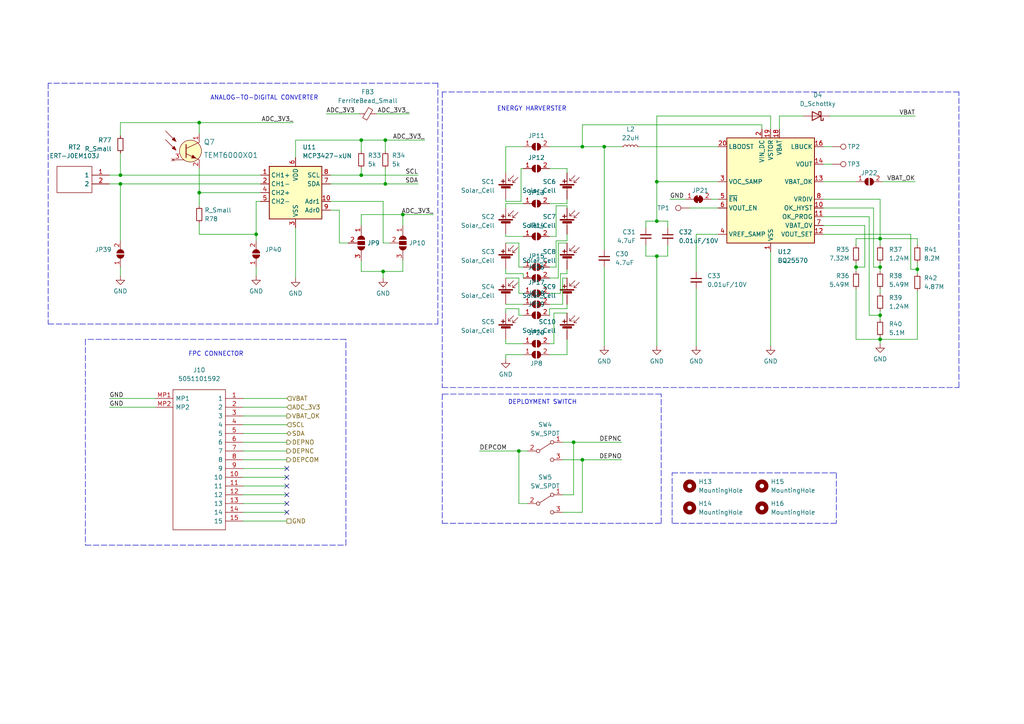
<source format=kicad_sch>
(kicad_sch (version 20211123) (generator eeschema)

  (uuid b696fbda-d1ab-4609-b7b2-017d5f7df745)

  (paper "A4")

  (title_block
    (title "FZSatellite")
    (date "2022-10-21")
    (rev "2")
    (company "Fiozera - fiozera.com.br")
    (comment 1 "https://github.com/fiozera/FZsatellite")
    (comment 2 "Licensed under CERN-OHL-S v2 or later")
  )

  (lib_symbols
    (symbol "Analog_ADC:MCP3427-xUN" (in_bom yes) (on_board yes)
      (property "Reference" "U" (id 0) (at -3.81 8.89 0)
        (effects (font (size 1.27 1.27)) (justify right))
      )
      (property "Value" "MCP3427-xUN" (id 1) (at 2.54 8.89 0)
        (effects (font (size 1.27 1.27)) (justify left))
      )
      (property "Footprint" "Package_SO:MSOP-10_3x3mm_P0.5mm" (id 2) (at 0 0 0)
        (effects (font (size 1.27 1.27)) hide)
      )
      (property "Datasheet" "http://ww1.microchip.com/downloads/en/DeviceDoc/22226a.pdf" (id 3) (at 0 0 0)
        (effects (font (size 1.27 1.27)) hide)
      )
      (property "ki_keywords" "adc 2ch 16bit i2c" (id 4) (at 0 0 0)
        (effects (font (size 1.27 1.27)) hide)
      )
      (property "ki_description" "16-Bit, Multi-Channel ΔΣ Analog-to-Digital Converter with I2C Interface and On-Board Reference, MSOP-10" (id 5) (at 0 0 0)
        (effects (font (size 1.27 1.27)) hide)
      )
      (property "ki_fp_filters" "MSOP*3x3mm*P0.5mm*" (id 6) (at 0 0 0)
        (effects (font (size 1.27 1.27)) hide)
      )
      (symbol "MCP3427-xUN_0_1"
        (rectangle (start -7.62 7.62) (end 7.62 -7.62)
          (stroke (width 0.254) (type default) (color 0 0 0 0))
          (fill (type background))
        )
      )
      (symbol "MCP3427-xUN_1_1"
        (pin input line (at -10.16 5.08 0) (length 2.54)
          (name "CH1+" (effects (font (size 1.27 1.27))))
          (number "1" (effects (font (size 1.27 1.27))))
        )
        (pin input line (at 10.16 -2.54 180) (length 2.54)
          (name "Adr1" (effects (font (size 1.27 1.27))))
          (number "10" (effects (font (size 1.27 1.27))))
        )
        (pin input line (at -10.16 2.54 0) (length 2.54)
          (name "CH1-" (effects (font (size 1.27 1.27))))
          (number "2" (effects (font (size 1.27 1.27))))
        )
        (pin power_in line (at 0 -10.16 90) (length 2.54)
          (name "VSS" (effects (font (size 1.27 1.27))))
          (number "3" (effects (font (size 1.27 1.27))))
        )
        (pin input line (at -10.16 0 0) (length 2.54)
          (name "CH2+" (effects (font (size 1.27 1.27))))
          (number "4" (effects (font (size 1.27 1.27))))
        )
        (pin input line (at -10.16 -2.54 0) (length 2.54)
          (name "CH2-" (effects (font (size 1.27 1.27))))
          (number "5" (effects (font (size 1.27 1.27))))
        )
        (pin power_in line (at 0 10.16 270) (length 2.54)
          (name "VDD" (effects (font (size 1.27 1.27))))
          (number "6" (effects (font (size 1.27 1.27))))
        )
        (pin bidirectional line (at 10.16 2.54 180) (length 2.54)
          (name "SDA" (effects (font (size 1.27 1.27))))
          (number "7" (effects (font (size 1.27 1.27))))
        )
        (pin input line (at 10.16 5.08 180) (length 2.54)
          (name "SCL" (effects (font (size 1.27 1.27))))
          (number "8" (effects (font (size 1.27 1.27))))
        )
        (pin input line (at 10.16 -5.08 180) (length 2.54)
          (name "Adr0" (effects (font (size 1.27 1.27))))
          (number "9" (effects (font (size 1.27 1.27))))
        )
      )
    )
    (symbol "Battery_Management:BQ25570" (in_bom yes) (on_board yes)
      (property "Reference" "U" (id 0) (at -12.7 16.51 0)
        (effects (font (size 1.27 1.27)))
      )
      (property "Value" "BQ25570" (id 1) (at 10.16 16.51 0)
        (effects (font (size 1.27 1.27)))
      )
      (property "Footprint" "Package_DFN_QFN:QFN-20-1EP_3.5x3.5mm_P0.5mm_EP2x2mm" (id 2) (at 0 -5.08 0)
        (effects (font (size 1.27 1.27)) hide)
      )
      (property "Datasheet" "http://www.ti.com/lit/ds/symlink/bq25570.pdf" (id 3) (at 10.16 30.48 0)
        (effects (font (size 1.27 1.27)) hide)
      )
      (property "ki_keywords" "harvester solar TEG charger li-on buck" (id 4) (at 0 0 0)
        (effects (font (size 1.27 1.27)) hide)
      )
      (property "ki_description" "Nano Power Boost Charger and Buck Converter for Energy Harvester Powered Applications, QFN-20" (id 5) (at 0 0 0)
        (effects (font (size 1.27 1.27)) hide)
      )
      (property "ki_fp_filters" "QFN*1EP*3.5x3.5mm*P0.5mm*" (id 6) (at 0 0 0)
        (effects (font (size 1.27 1.27)) hide)
      )
      (symbol "BQ25570_0_1"
        (rectangle (start -12.7 15.24) (end 12.7 -15.24)
          (stroke (width 0.254) (type default) (color 0 0 0 0))
          (fill (type background))
        )
      )
      (symbol "BQ25570_1_1"
        (pin power_in line (at 0 -17.78 90) (length 2.54)
          (name "VSS" (effects (font (size 1.27 1.27))))
          (number "1" (effects (font (size 1.27 1.27))))
        )
        (pin input line (at 15.24 -5.08 180) (length 2.54)
          (name "OK_HYST" (effects (font (size 1.27 1.27))))
          (number "10" (effects (font (size 1.27 1.27))))
        )
        (pin input line (at 15.24 -7.62 180) (length 2.54)
          (name "OK_PROG" (effects (font (size 1.27 1.27))))
          (number "11" (effects (font (size 1.27 1.27))))
        )
        (pin input line (at 15.24 -12.7 180) (length 2.54)
          (name "VOUT_SET" (effects (font (size 1.27 1.27))))
          (number "12" (effects (font (size 1.27 1.27))))
        )
        (pin output line (at 15.24 2.54 180) (length 2.54)
          (name "VBAT_OK" (effects (font (size 1.27 1.27))))
          (number "13" (effects (font (size 1.27 1.27))))
        )
        (pin input line (at 15.24 7.62 180) (length 2.54)
          (name "VOUT" (effects (font (size 1.27 1.27))))
          (number "14" (effects (font (size 1.27 1.27))))
        )
        (pin passive line (at 0 -17.78 90) (length 2.54) hide
          (name "VSS" (effects (font (size 1.27 1.27))))
          (number "15" (effects (font (size 1.27 1.27))))
        )
        (pin passive line (at 15.24 12.7 180) (length 2.54)
          (name "LBUCK" (effects (font (size 1.27 1.27))))
          (number "16" (effects (font (size 1.27 1.27))))
        )
        (pin passive line (at 0 -17.78 90) (length 2.54) hide
          (name "VSS" (effects (font (size 1.27 1.27))))
          (number "17" (effects (font (size 1.27 1.27))))
        )
        (pin power_in line (at 2.54 17.78 270) (length 2.54)
          (name "VBAT" (effects (font (size 1.27 1.27))))
          (number "18" (effects (font (size 1.27 1.27))))
        )
        (pin power_out line (at 0 17.78 270) (length 2.54)
          (name "VSTOR" (effects (font (size 1.27 1.27))))
          (number "19" (effects (font (size 1.27 1.27))))
        )
        (pin power_in line (at -2.54 17.78 270) (length 2.54)
          (name "VIN_DC" (effects (font (size 1.27 1.27))))
          (number "2" (effects (font (size 1.27 1.27))))
        )
        (pin passive line (at -15.24 12.7 0) (length 2.54)
          (name "LBOOST" (effects (font (size 1.27 1.27))))
          (number "20" (effects (font (size 1.27 1.27))))
        )
        (pin passive line (at 0 -17.78 90) (length 2.54) hide
          (name "VSS" (effects (font (size 1.27 1.27))))
          (number "21" (effects (font (size 1.27 1.27))))
        )
        (pin input line (at -15.24 2.54 0) (length 2.54)
          (name "VOC_SAMP" (effects (font (size 1.27 1.27))))
          (number "3" (effects (font (size 1.27 1.27))))
        )
        (pin passive line (at -15.24 -12.7 0) (length 2.54)
          (name "VREF_SAMP" (effects (font (size 1.27 1.27))))
          (number "4" (effects (font (size 1.27 1.27))))
        )
        (pin input line (at -15.24 -2.54 0) (length 2.54)
          (name "~{EN}" (effects (font (size 1.27 1.27))))
          (number "5" (effects (font (size 1.27 1.27))))
        )
        (pin input line (at -15.24 -5.08 0) (length 2.54)
          (name "VOUT_EN" (effects (font (size 1.27 1.27))))
          (number "6" (effects (font (size 1.27 1.27))))
        )
        (pin input line (at 15.24 -10.16 180) (length 2.54)
          (name "VBAT_OV" (effects (font (size 1.27 1.27))))
          (number "7" (effects (font (size 1.27 1.27))))
        )
        (pin output line (at 15.24 -2.54 180) (length 2.54)
          (name "VRDIV" (effects (font (size 1.27 1.27))))
          (number "8" (effects (font (size 1.27 1.27))))
        )
        (pin passive line (at 0 -17.78 90) (length 2.54) hide
          (name "VSS" (effects (font (size 1.27 1.27))))
          (number "9" (effects (font (size 1.27 1.27))))
        )
      )
    )
    (symbol "Connector:TestPoint" (pin_numbers hide) (pin_names (offset 0.762) hide) (in_bom yes) (on_board yes)
      (property "Reference" "TP" (id 0) (at 0 6.858 0)
        (effects (font (size 1.27 1.27)))
      )
      (property "Value" "TestPoint" (id 1) (at 0 5.08 0)
        (effects (font (size 1.27 1.27)))
      )
      (property "Footprint" "" (id 2) (at 5.08 0 0)
        (effects (font (size 1.27 1.27)) hide)
      )
      (property "Datasheet" "~" (id 3) (at 5.08 0 0)
        (effects (font (size 1.27 1.27)) hide)
      )
      (property "ki_keywords" "test point tp" (id 4) (at 0 0 0)
        (effects (font (size 1.27 1.27)) hide)
      )
      (property "ki_description" "test point" (id 5) (at 0 0 0)
        (effects (font (size 1.27 1.27)) hide)
      )
      (property "ki_fp_filters" "Pin* Test*" (id 6) (at 0 0 0)
        (effects (font (size 1.27 1.27)) hide)
      )
      (symbol "TestPoint_0_1"
        (circle (center 0 3.302) (radius 0.762)
          (stroke (width 0) (type default) (color 0 0 0 0))
          (fill (type none))
        )
      )
      (symbol "TestPoint_1_1"
        (pin passive line (at 0 0 90) (length 2.54)
          (name "1" (effects (font (size 1.27 1.27))))
          (number "1" (effects (font (size 1.27 1.27))))
        )
      )
    )
    (symbol "Device:C_Small" (pin_numbers hide) (pin_names (offset 0.254) hide) (in_bom yes) (on_board yes)
      (property "Reference" "C" (id 0) (at 0.254 1.778 0)
        (effects (font (size 1.27 1.27)) (justify left))
      )
      (property "Value" "C_Small" (id 1) (at 0.254 -2.032 0)
        (effects (font (size 1.27 1.27)) (justify left))
      )
      (property "Footprint" "" (id 2) (at 0 0 0)
        (effects (font (size 1.27 1.27)) hide)
      )
      (property "Datasheet" "~" (id 3) (at 0 0 0)
        (effects (font (size 1.27 1.27)) hide)
      )
      (property "ki_keywords" "capacitor cap" (id 4) (at 0 0 0)
        (effects (font (size 1.27 1.27)) hide)
      )
      (property "ki_description" "Unpolarized capacitor, small symbol" (id 5) (at 0 0 0)
        (effects (font (size 1.27 1.27)) hide)
      )
      (property "ki_fp_filters" "C_*" (id 6) (at 0 0 0)
        (effects (font (size 1.27 1.27)) hide)
      )
      (symbol "C_Small_0_1"
        (polyline
          (pts
            (xy -1.524 -0.508)
            (xy 1.524 -0.508)
          )
          (stroke (width 0.3302) (type default) (color 0 0 0 0))
          (fill (type none))
        )
        (polyline
          (pts
            (xy -1.524 0.508)
            (xy 1.524 0.508)
          )
          (stroke (width 0.3048) (type default) (color 0 0 0 0))
          (fill (type none))
        )
      )
      (symbol "C_Small_1_1"
        (pin passive line (at 0 2.54 270) (length 2.032)
          (name "~" (effects (font (size 1.27 1.27))))
          (number "1" (effects (font (size 1.27 1.27))))
        )
        (pin passive line (at 0 -2.54 90) (length 2.032)
          (name "~" (effects (font (size 1.27 1.27))))
          (number "2" (effects (font (size 1.27 1.27))))
        )
      )
    )
    (symbol "Device:D_Schottky" (pin_numbers hide) (pin_names (offset 1.016) hide) (in_bom yes) (on_board yes)
      (property "Reference" "D" (id 0) (at 0 2.54 0)
        (effects (font (size 1.27 1.27)))
      )
      (property "Value" "D_Schottky" (id 1) (at 0 -2.54 0)
        (effects (font (size 1.27 1.27)))
      )
      (property "Footprint" "" (id 2) (at 0 0 0)
        (effects (font (size 1.27 1.27)) hide)
      )
      (property "Datasheet" "~" (id 3) (at 0 0 0)
        (effects (font (size 1.27 1.27)) hide)
      )
      (property "ki_keywords" "diode Schottky" (id 4) (at 0 0 0)
        (effects (font (size 1.27 1.27)) hide)
      )
      (property "ki_description" "Schottky diode" (id 5) (at 0 0 0)
        (effects (font (size 1.27 1.27)) hide)
      )
      (property "ki_fp_filters" "TO-???* *_Diode_* *SingleDiode* D_*" (id 6) (at 0 0 0)
        (effects (font (size 1.27 1.27)) hide)
      )
      (symbol "D_Schottky_0_1"
        (polyline
          (pts
            (xy 1.27 0)
            (xy -1.27 0)
          )
          (stroke (width 0) (type default) (color 0 0 0 0))
          (fill (type none))
        )
        (polyline
          (pts
            (xy 1.27 1.27)
            (xy 1.27 -1.27)
            (xy -1.27 0)
            (xy 1.27 1.27)
          )
          (stroke (width 0.254) (type default) (color 0 0 0 0))
          (fill (type none))
        )
        (polyline
          (pts
            (xy -1.905 0.635)
            (xy -1.905 1.27)
            (xy -1.27 1.27)
            (xy -1.27 -1.27)
            (xy -0.635 -1.27)
            (xy -0.635 -0.635)
          )
          (stroke (width 0.254) (type default) (color 0 0 0 0))
          (fill (type none))
        )
      )
      (symbol "D_Schottky_1_1"
        (pin passive line (at -3.81 0 0) (length 2.54)
          (name "K" (effects (font (size 1.27 1.27))))
          (number "1" (effects (font (size 1.27 1.27))))
        )
        (pin passive line (at 3.81 0 180) (length 2.54)
          (name "A" (effects (font (size 1.27 1.27))))
          (number "2" (effects (font (size 1.27 1.27))))
        )
      )
    )
    (symbol "Device:FerriteBead_Small" (pin_numbers hide) (pin_names (offset 0)) (in_bom yes) (on_board yes)
      (property "Reference" "FB" (id 0) (at 1.905 1.27 0)
        (effects (font (size 1.27 1.27)) (justify left))
      )
      (property "Value" "FerriteBead_Small" (id 1) (at 1.905 -1.27 0)
        (effects (font (size 1.27 1.27)) (justify left))
      )
      (property "Footprint" "" (id 2) (at -1.778 0 90)
        (effects (font (size 1.27 1.27)) hide)
      )
      (property "Datasheet" "~" (id 3) (at 0 0 0)
        (effects (font (size 1.27 1.27)) hide)
      )
      (property "ki_keywords" "L ferrite bead inductor filter" (id 4) (at 0 0 0)
        (effects (font (size 1.27 1.27)) hide)
      )
      (property "ki_description" "Ferrite bead, small symbol" (id 5) (at 0 0 0)
        (effects (font (size 1.27 1.27)) hide)
      )
      (property "ki_fp_filters" "Inductor_* L_* *Ferrite*" (id 6) (at 0 0 0)
        (effects (font (size 1.27 1.27)) hide)
      )
      (symbol "FerriteBead_Small_0_1"
        (polyline
          (pts
            (xy 0 -1.27)
            (xy 0 -0.7874)
          )
          (stroke (width 0) (type default) (color 0 0 0 0))
          (fill (type none))
        )
        (polyline
          (pts
            (xy 0 0.889)
            (xy 0 1.2954)
          )
          (stroke (width 0) (type default) (color 0 0 0 0))
          (fill (type none))
        )
        (polyline
          (pts
            (xy -1.8288 0.2794)
            (xy -1.1176 1.4986)
            (xy 1.8288 -0.2032)
            (xy 1.1176 -1.4224)
            (xy -1.8288 0.2794)
          )
          (stroke (width 0) (type default) (color 0 0 0 0))
          (fill (type none))
        )
      )
      (symbol "FerriteBead_Small_1_1"
        (pin passive line (at 0 2.54 270) (length 1.27)
          (name "~" (effects (font (size 1.27 1.27))))
          (number "1" (effects (font (size 1.27 1.27))))
        )
        (pin passive line (at 0 -2.54 90) (length 1.27)
          (name "~" (effects (font (size 1.27 1.27))))
          (number "2" (effects (font (size 1.27 1.27))))
        )
      )
    )
    (symbol "Device:L_Small" (pin_numbers hide) (pin_names (offset 0.254) hide) (in_bom yes) (on_board yes)
      (property "Reference" "L" (id 0) (at 0.762 1.016 0)
        (effects (font (size 1.27 1.27)) (justify left))
      )
      (property "Value" "L_Small" (id 1) (at 0.762 -1.016 0)
        (effects (font (size 1.27 1.27)) (justify left))
      )
      (property "Footprint" "" (id 2) (at 0 0 0)
        (effects (font (size 1.27 1.27)) hide)
      )
      (property "Datasheet" "~" (id 3) (at 0 0 0)
        (effects (font (size 1.27 1.27)) hide)
      )
      (property "ki_keywords" "inductor choke coil reactor magnetic" (id 4) (at 0 0 0)
        (effects (font (size 1.27 1.27)) hide)
      )
      (property "ki_description" "Inductor, small symbol" (id 5) (at 0 0 0)
        (effects (font (size 1.27 1.27)) hide)
      )
      (property "ki_fp_filters" "Choke_* *Coil* Inductor_* L_*" (id 6) (at 0 0 0)
        (effects (font (size 1.27 1.27)) hide)
      )
      (symbol "L_Small_0_1"
        (arc (start 0 -2.032) (mid 0.508 -1.524) (end 0 -1.016)
          (stroke (width 0) (type default) (color 0 0 0 0))
          (fill (type none))
        )
        (arc (start 0 -1.016) (mid 0.508 -0.508) (end 0 0)
          (stroke (width 0) (type default) (color 0 0 0 0))
          (fill (type none))
        )
        (arc (start 0 0) (mid 0.508 0.508) (end 0 1.016)
          (stroke (width 0) (type default) (color 0 0 0 0))
          (fill (type none))
        )
        (arc (start 0 1.016) (mid 0.508 1.524) (end 0 2.032)
          (stroke (width 0) (type default) (color 0 0 0 0))
          (fill (type none))
        )
      )
      (symbol "L_Small_1_1"
        (pin passive line (at 0 2.54 270) (length 0.508)
          (name "~" (effects (font (size 1.27 1.27))))
          (number "1" (effects (font (size 1.27 1.27))))
        )
        (pin passive line (at 0 -2.54 90) (length 0.508)
          (name "~" (effects (font (size 1.27 1.27))))
          (number "2" (effects (font (size 1.27 1.27))))
        )
      )
    )
    (symbol "Device:R_Small" (pin_numbers hide) (pin_names (offset 0.254) hide) (in_bom yes) (on_board yes)
      (property "Reference" "R" (id 0) (at 0.762 0.508 0)
        (effects (font (size 1.27 1.27)) (justify left))
      )
      (property "Value" "R_Small" (id 1) (at 0.762 -1.016 0)
        (effects (font (size 1.27 1.27)) (justify left))
      )
      (property "Footprint" "" (id 2) (at 0 0 0)
        (effects (font (size 1.27 1.27)) hide)
      )
      (property "Datasheet" "~" (id 3) (at 0 0 0)
        (effects (font (size 1.27 1.27)) hide)
      )
      (property "ki_keywords" "R resistor" (id 4) (at 0 0 0)
        (effects (font (size 1.27 1.27)) hide)
      )
      (property "ki_description" "Resistor, small symbol" (id 5) (at 0 0 0)
        (effects (font (size 1.27 1.27)) hide)
      )
      (property "ki_fp_filters" "R_*" (id 6) (at 0 0 0)
        (effects (font (size 1.27 1.27)) hide)
      )
      (symbol "R_Small_0_1"
        (rectangle (start -0.762 1.778) (end 0.762 -1.778)
          (stroke (width 0.2032) (type default) (color 0 0 0 0))
          (fill (type none))
        )
      )
      (symbol "R_Small_1_1"
        (pin passive line (at 0 2.54 270) (length 0.762)
          (name "~" (effects (font (size 1.27 1.27))))
          (number "1" (effects (font (size 1.27 1.27))))
        )
        (pin passive line (at 0 -2.54 90) (length 0.762)
          (name "~" (effects (font (size 1.27 1.27))))
          (number "2" (effects (font (size 1.27 1.27))))
        )
      )
    )
    (symbol "Device:Solar_Cell" (pin_numbers hide) (pin_names (offset 0) hide) (in_bom yes) (on_board yes)
      (property "Reference" "SC" (id 0) (at 2.54 2.54 0)
        (effects (font (size 1.27 1.27)) (justify left))
      )
      (property "Value" "Solar_Cell" (id 1) (at 2.54 0 0)
        (effects (font (size 1.27 1.27)) (justify left))
      )
      (property "Footprint" "" (id 2) (at 0 1.524 90)
        (effects (font (size 1.27 1.27)) hide)
      )
      (property "Datasheet" "~" (id 3) (at 0 1.524 90)
        (effects (font (size 1.27 1.27)) hide)
      )
      (property "ki_keywords" "solar cell" (id 4) (at 0 0 0)
        (effects (font (size 1.27 1.27)) hide)
      )
      (property "ki_description" "Single solar cell" (id 5) (at 0 0 0)
        (effects (font (size 1.27 1.27)) hide)
      )
      (symbol "Solar_Cell_0_1"
        (rectangle (start -2.032 1.778) (end 2.032 1.524)
          (stroke (width 0) (type default) (color 0 0 0 0))
          (fill (type outline))
        )
        (rectangle (start -1.3208 1.1938) (end 1.27 0.6858)
          (stroke (width 0) (type default) (color 0 0 0 0))
          (fill (type outline))
        )
        (polyline
          (pts
            (xy -2.032 2.286)
            (xy -3.556 3.81)
          )
          (stroke (width 0) (type default) (color 0 0 0 0))
          (fill (type none))
        )
        (polyline
          (pts
            (xy -0.762 2.794)
            (xy -2.286 4.318)
          )
          (stroke (width 0) (type default) (color 0 0 0 0))
          (fill (type none))
        )
        (polyline
          (pts
            (xy 0 0.762)
            (xy 0 0)
          )
          (stroke (width 0) (type default) (color 0 0 0 0))
          (fill (type none))
        )
        (polyline
          (pts
            (xy 0 1.778)
            (xy 0 2.54)
          )
          (stroke (width 0) (type default) (color 0 0 0 0))
          (fill (type none))
        )
        (polyline
          (pts
            (xy 0.254 2.667)
            (xy 1.27 2.667)
          )
          (stroke (width 0.254) (type default) (color 0 0 0 0))
          (fill (type none))
        )
        (polyline
          (pts
            (xy 0.762 3.175)
            (xy 0.762 2.159)
          )
          (stroke (width 0.254) (type default) (color 0 0 0 0))
          (fill (type none))
        )
        (polyline
          (pts
            (xy -2.032 3.048)
            (xy -2.032 2.286)
            (xy -2.794 2.286)
          )
          (stroke (width 0) (type default) (color 0 0 0 0))
          (fill (type none))
        )
        (polyline
          (pts
            (xy -0.762 3.556)
            (xy -0.762 2.794)
            (xy -1.524 2.794)
          )
          (stroke (width 0) (type default) (color 0 0 0 0))
          (fill (type none))
        )
      )
      (symbol "Solar_Cell_1_1"
        (pin passive line (at 0 5.08 270) (length 2.54)
          (name "+" (effects (font (size 1.27 1.27))))
          (number "1" (effects (font (size 1.27 1.27))))
        )
        (pin passive line (at 0 -2.54 90) (length 2.54)
          (name "-" (effects (font (size 1.27 1.27))))
          (number "2" (effects (font (size 1.27 1.27))))
        )
      )
    )
    (symbol "Jumper:SolderJumper_2_Bridged" (pin_names (offset 0) hide) (in_bom yes) (on_board yes)
      (property "Reference" "JP" (id 0) (at 0 2.032 0)
        (effects (font (size 1.27 1.27)))
      )
      (property "Value" "SolderJumper_2_Bridged" (id 1) (at 0 -2.54 0)
        (effects (font (size 1.27 1.27)))
      )
      (property "Footprint" "" (id 2) (at 0 0 0)
        (effects (font (size 1.27 1.27)) hide)
      )
      (property "Datasheet" "~" (id 3) (at 0 0 0)
        (effects (font (size 1.27 1.27)) hide)
      )
      (property "ki_keywords" "solder jumper SPST" (id 4) (at 0 0 0)
        (effects (font (size 1.27 1.27)) hide)
      )
      (property "ki_description" "Solder Jumper, 2-pole, closed/bridged" (id 5) (at 0 0 0)
        (effects (font (size 1.27 1.27)) hide)
      )
      (property "ki_fp_filters" "SolderJumper*Bridged*" (id 6) (at 0 0 0)
        (effects (font (size 1.27 1.27)) hide)
      )
      (symbol "SolderJumper_2_Bridged_0_1"
        (rectangle (start -0.508 0.508) (end 0.508 -0.508)
          (stroke (width 0) (type default) (color 0 0 0 0))
          (fill (type outline))
        )
        (arc (start -0.254 1.016) (mid -1.27 0) (end -0.254 -1.016)
          (stroke (width 0) (type default) (color 0 0 0 0))
          (fill (type none))
        )
        (arc (start -0.254 1.016) (mid -1.27 0) (end -0.254 -1.016)
          (stroke (width 0) (type default) (color 0 0 0 0))
          (fill (type outline))
        )
        (polyline
          (pts
            (xy -0.254 1.016)
            (xy -0.254 -1.016)
          )
          (stroke (width 0) (type default) (color 0 0 0 0))
          (fill (type none))
        )
        (polyline
          (pts
            (xy 0.254 1.016)
            (xy 0.254 -1.016)
          )
          (stroke (width 0) (type default) (color 0 0 0 0))
          (fill (type none))
        )
        (arc (start 0.254 -1.016) (mid 1.27 0) (end 0.254 1.016)
          (stroke (width 0) (type default) (color 0 0 0 0))
          (fill (type none))
        )
        (arc (start 0.254 -1.016) (mid 1.27 0) (end 0.254 1.016)
          (stroke (width 0) (type default) (color 0 0 0 0))
          (fill (type outline))
        )
      )
      (symbol "SolderJumper_2_Bridged_1_1"
        (pin passive line (at -3.81 0 0) (length 2.54)
          (name "A" (effects (font (size 1.27 1.27))))
          (number "1" (effects (font (size 1.27 1.27))))
        )
        (pin passive line (at 3.81 0 180) (length 2.54)
          (name "B" (effects (font (size 1.27 1.27))))
          (number "2" (effects (font (size 1.27 1.27))))
        )
      )
    )
    (symbol "Jumper:SolderJumper_2_Open" (pin_names (offset 0) hide) (in_bom yes) (on_board yes)
      (property "Reference" "JP" (id 0) (at 0 2.032 0)
        (effects (font (size 1.27 1.27)))
      )
      (property "Value" "SolderJumper_2_Open" (id 1) (at 0 -2.54 0)
        (effects (font (size 1.27 1.27)))
      )
      (property "Footprint" "" (id 2) (at 0 0 0)
        (effects (font (size 1.27 1.27)) hide)
      )
      (property "Datasheet" "~" (id 3) (at 0 0 0)
        (effects (font (size 1.27 1.27)) hide)
      )
      (property "ki_keywords" "solder jumper SPST" (id 4) (at 0 0 0)
        (effects (font (size 1.27 1.27)) hide)
      )
      (property "ki_description" "Solder Jumper, 2-pole, open" (id 5) (at 0 0 0)
        (effects (font (size 1.27 1.27)) hide)
      )
      (property "ki_fp_filters" "SolderJumper*Open*" (id 6) (at 0 0 0)
        (effects (font (size 1.27 1.27)) hide)
      )
      (symbol "SolderJumper_2_Open_0_1"
        (arc (start -0.254 1.016) (mid -1.27 0) (end -0.254 -1.016)
          (stroke (width 0) (type default) (color 0 0 0 0))
          (fill (type none))
        )
        (arc (start -0.254 1.016) (mid -1.27 0) (end -0.254 -1.016)
          (stroke (width 0) (type default) (color 0 0 0 0))
          (fill (type outline))
        )
        (polyline
          (pts
            (xy -0.254 1.016)
            (xy -0.254 -1.016)
          )
          (stroke (width 0) (type default) (color 0 0 0 0))
          (fill (type none))
        )
        (polyline
          (pts
            (xy 0.254 1.016)
            (xy 0.254 -1.016)
          )
          (stroke (width 0) (type default) (color 0 0 0 0))
          (fill (type none))
        )
        (arc (start 0.254 -1.016) (mid 1.27 0) (end 0.254 1.016)
          (stroke (width 0) (type default) (color 0 0 0 0))
          (fill (type none))
        )
        (arc (start 0.254 -1.016) (mid 1.27 0) (end 0.254 1.016)
          (stroke (width 0) (type default) (color 0 0 0 0))
          (fill (type outline))
        )
      )
      (symbol "SolderJumper_2_Open_1_1"
        (pin passive line (at -3.81 0 0) (length 2.54)
          (name "A" (effects (font (size 1.27 1.27))))
          (number "1" (effects (font (size 1.27 1.27))))
        )
        (pin passive line (at 3.81 0 180) (length 2.54)
          (name "B" (effects (font (size 1.27 1.27))))
          (number "2" (effects (font (size 1.27 1.27))))
        )
      )
    )
    (symbol "Jumper:SolderJumper_3_Open" (pin_names (offset 0) hide) (in_bom yes) (on_board yes)
      (property "Reference" "JP" (id 0) (at -2.54 -2.54 0)
        (effects (font (size 1.27 1.27)))
      )
      (property "Value" "SolderJumper_3_Open" (id 1) (at 0 2.794 0)
        (effects (font (size 1.27 1.27)))
      )
      (property "Footprint" "" (id 2) (at 0 0 0)
        (effects (font (size 1.27 1.27)) hide)
      )
      (property "Datasheet" "~" (id 3) (at 0 0 0)
        (effects (font (size 1.27 1.27)) hide)
      )
      (property "ki_keywords" "Solder Jumper SPDT" (id 4) (at 0 0 0)
        (effects (font (size 1.27 1.27)) hide)
      )
      (property "ki_description" "Solder Jumper, 3-pole, open" (id 5) (at 0 0 0)
        (effects (font (size 1.27 1.27)) hide)
      )
      (property "ki_fp_filters" "SolderJumper*Open*" (id 6) (at 0 0 0)
        (effects (font (size 1.27 1.27)) hide)
      )
      (symbol "SolderJumper_3_Open_0_1"
        (arc (start -1.016 1.016) (mid -2.032 0) (end -1.016 -1.016)
          (stroke (width 0) (type default) (color 0 0 0 0))
          (fill (type none))
        )
        (arc (start -1.016 1.016) (mid -2.032 0) (end -1.016 -1.016)
          (stroke (width 0) (type default) (color 0 0 0 0))
          (fill (type outline))
        )
        (rectangle (start -0.508 1.016) (end 0.508 -1.016)
          (stroke (width 0) (type default) (color 0 0 0 0))
          (fill (type outline))
        )
        (polyline
          (pts
            (xy -2.54 0)
            (xy -2.032 0)
          )
          (stroke (width 0) (type default) (color 0 0 0 0))
          (fill (type none))
        )
        (polyline
          (pts
            (xy -1.016 1.016)
            (xy -1.016 -1.016)
          )
          (stroke (width 0) (type default) (color 0 0 0 0))
          (fill (type none))
        )
        (polyline
          (pts
            (xy 0 -1.27)
            (xy 0 -1.016)
          )
          (stroke (width 0) (type default) (color 0 0 0 0))
          (fill (type none))
        )
        (polyline
          (pts
            (xy 1.016 1.016)
            (xy 1.016 -1.016)
          )
          (stroke (width 0) (type default) (color 0 0 0 0))
          (fill (type none))
        )
        (polyline
          (pts
            (xy 2.54 0)
            (xy 2.032 0)
          )
          (stroke (width 0) (type default) (color 0 0 0 0))
          (fill (type none))
        )
        (arc (start 1.016 -1.016) (mid 2.032 0) (end 1.016 1.016)
          (stroke (width 0) (type default) (color 0 0 0 0))
          (fill (type none))
        )
        (arc (start 1.016 -1.016) (mid 2.032 0) (end 1.016 1.016)
          (stroke (width 0) (type default) (color 0 0 0 0))
          (fill (type outline))
        )
      )
      (symbol "SolderJumper_3_Open_1_1"
        (pin passive line (at -5.08 0 0) (length 2.54)
          (name "A" (effects (font (size 1.27 1.27))))
          (number "1" (effects (font (size 1.27 1.27))))
        )
        (pin input line (at 0 -3.81 90) (length 2.54)
          (name "C" (effects (font (size 1.27 1.27))))
          (number "2" (effects (font (size 1.27 1.27))))
        )
        (pin passive line (at 5.08 0 180) (length 2.54)
          (name "B" (effects (font (size 1.27 1.27))))
          (number "3" (effects (font (size 1.27 1.27))))
        )
      )
    )
    (symbol "Mechanical:MountingHole" (pin_names (offset 1.016)) (in_bom yes) (on_board yes)
      (property "Reference" "H" (id 0) (at 0 5.08 0)
        (effects (font (size 1.27 1.27)))
      )
      (property "Value" "MountingHole" (id 1) (at 0 3.175 0)
        (effects (font (size 1.27 1.27)))
      )
      (property "Footprint" "" (id 2) (at 0 0 0)
        (effects (font (size 1.27 1.27)) hide)
      )
      (property "Datasheet" "~" (id 3) (at 0 0 0)
        (effects (font (size 1.27 1.27)) hide)
      )
      (property "ki_keywords" "mounting hole" (id 4) (at 0 0 0)
        (effects (font (size 1.27 1.27)) hide)
      )
      (property "ki_description" "Mounting Hole without connection" (id 5) (at 0 0 0)
        (effects (font (size 1.27 1.27)) hide)
      )
      (property "ki_fp_filters" "MountingHole*" (id 6) (at 0 0 0)
        (effects (font (size 1.27 1.27)) hide)
      )
      (symbol "MountingHole_0_1"
        (circle (center 0 0) (radius 1.27)
          (stroke (width 1.27) (type default) (color 0 0 0 0))
          (fill (type none))
        )
      )
    )
    (symbol "SamacSys_Parts:5051101592" (pin_names (offset 0.762)) (in_bom yes) (on_board yes)
      (property "Reference" "J" (id 0) (at 21.59 7.62 0)
        (effects (font (size 1.27 1.27)) (justify left))
      )
      (property "Value" "5051101592" (id 1) (at 21.59 5.08 0)
        (effects (font (size 1.27 1.27)) (justify left))
      )
      (property "Footprint" "5051101592" (id 2) (at 21.59 2.54 0)
        (effects (font (size 1.27 1.27)) (justify left) hide)
      )
      (property "Datasheet" "https://www.arrow.com/en/products/505110-1592/molex" (id 3) (at 21.59 0 0)
        (effects (font (size 1.27 1.27)) (justify left) hide)
      )
      (property "Description" "Easy-On FFC/FPC Connector, 0.50mm Pitch, FD19 Series, Right-Angle, Bottom Contact, 1.90mm Height,  Circuits, Gold over Nickel Plating" (id 4) (at 21.59 -2.54 0)
        (effects (font (size 1.27 1.27)) (justify left) hide)
      )
      (property "Height" "2.1" (id 5) (at 21.59 -5.08 0)
        (effects (font (size 1.27 1.27)) (justify left) hide)
      )
      (property "Manufacturer_Name" "Molex" (id 6) (at 21.59 -7.62 0)
        (effects (font (size 1.27 1.27)) (justify left) hide)
      )
      (property "Manufacturer_Part_Number" "5051101592" (id 7) (at 21.59 -10.16 0)
        (effects (font (size 1.27 1.27)) (justify left) hide)
      )
      (property "Mouser Part Number" "" (id 8) (at 21.59 -12.7 0)
        (effects (font (size 1.27 1.27)) (justify left) hide)
      )
      (property "Mouser Price/Stock" "" (id 9) (at 21.59 -15.24 0)
        (effects (font (size 1.27 1.27)) (justify left) hide)
      )
      (property "Arrow Part Number" "5051101592" (id 10) (at 21.59 -17.78 0)
        (effects (font (size 1.27 1.27)) (justify left) hide)
      )
      (property "Arrow Price/Stock" "https://www.arrow.com/en/products/505110-1592/molex?region=nac" (id 11) (at 21.59 -20.32 0)
        (effects (font (size 1.27 1.27)) (justify left) hide)
      )
      (property "ki_description" "Easy-On FFC/FPC Connector, 0.50mm Pitch, FD19 Series, Right-Angle, Bottom Contact, 1.90mm Height,  Circuits, Gold over Nickel Plating" (id 12) (at 0 0 0)
        (effects (font (size 1.27 1.27)) hide)
      )
      (symbol "5051101592_0_0"
        (pin passive line (at 25.4 0 180) (length 5.08)
          (name "1" (effects (font (size 1.27 1.27))))
          (number "1" (effects (font (size 1.27 1.27))))
        )
        (pin passive line (at 25.4 -22.86 180) (length 5.08)
          (name "10" (effects (font (size 1.27 1.27))))
          (number "10" (effects (font (size 1.27 1.27))))
        )
        (pin passive line (at 25.4 -25.4 180) (length 5.08)
          (name "11" (effects (font (size 1.27 1.27))))
          (number "11" (effects (font (size 1.27 1.27))))
        )
        (pin passive line (at 25.4 -27.94 180) (length 5.08)
          (name "12" (effects (font (size 1.27 1.27))))
          (number "12" (effects (font (size 1.27 1.27))))
        )
        (pin passive line (at 25.4 -30.48 180) (length 5.08)
          (name "13" (effects (font (size 1.27 1.27))))
          (number "13" (effects (font (size 1.27 1.27))))
        )
        (pin passive line (at 25.4 -33.02 180) (length 5.08)
          (name "14" (effects (font (size 1.27 1.27))))
          (number "14" (effects (font (size 1.27 1.27))))
        )
        (pin passive line (at 25.4 -35.56 180) (length 5.08)
          (name "15" (effects (font (size 1.27 1.27))))
          (number "15" (effects (font (size 1.27 1.27))))
        )
        (pin passive line (at 25.4 -2.54 180) (length 5.08)
          (name "2" (effects (font (size 1.27 1.27))))
          (number "2" (effects (font (size 1.27 1.27))))
        )
        (pin passive line (at 25.4 -5.08 180) (length 5.08)
          (name "3" (effects (font (size 1.27 1.27))))
          (number "3" (effects (font (size 1.27 1.27))))
        )
        (pin passive line (at 25.4 -7.62 180) (length 5.08)
          (name "4" (effects (font (size 1.27 1.27))))
          (number "4" (effects (font (size 1.27 1.27))))
        )
        (pin passive line (at 25.4 -10.16 180) (length 5.08)
          (name "5" (effects (font (size 1.27 1.27))))
          (number "5" (effects (font (size 1.27 1.27))))
        )
        (pin passive line (at 25.4 -12.7 180) (length 5.08)
          (name "6" (effects (font (size 1.27 1.27))))
          (number "6" (effects (font (size 1.27 1.27))))
        )
        (pin passive line (at 25.4 -15.24 180) (length 5.08)
          (name "7" (effects (font (size 1.27 1.27))))
          (number "7" (effects (font (size 1.27 1.27))))
        )
        (pin passive line (at 25.4 -17.78 180) (length 5.08)
          (name "8" (effects (font (size 1.27 1.27))))
          (number "8" (effects (font (size 1.27 1.27))))
        )
        (pin passive line (at 25.4 -20.32 180) (length 5.08)
          (name "9" (effects (font (size 1.27 1.27))))
          (number "9" (effects (font (size 1.27 1.27))))
        )
        (pin passive line (at 0 0 0) (length 5.08)
          (name "MP1" (effects (font (size 1.27 1.27))))
          (number "MP1" (effects (font (size 1.27 1.27))))
        )
        (pin passive line (at 0 -2.54 0) (length 5.08)
          (name "MP2" (effects (font (size 1.27 1.27))))
          (number "MP2" (effects (font (size 1.27 1.27))))
        )
      )
      (symbol "5051101592_0_1"
        (polyline
          (pts
            (xy 5.08 2.54)
            (xy 20.32 2.54)
            (xy 20.32 -38.1)
            (xy 5.08 -38.1)
            (xy 5.08 2.54)
          )
          (stroke (width 0.1524) (type default) (color 0 0 0 0))
          (fill (type none))
        )
      )
    )
    (symbol "SamacSys_Parts:ERT-J0EM103J" (pin_names (offset 0.762)) (in_bom yes) (on_board yes)
      (property "Reference" "RT" (id 0) (at 16.51 7.62 0)
        (effects (font (size 1.27 1.27)) (justify left))
      )
      (property "Value" "ERT-J0EM103J" (id 1) (at 16.51 5.08 0)
        (effects (font (size 1.27 1.27)) (justify left))
      )
      (property "Footprint" "THRMC1005X55N" (id 2) (at 16.51 2.54 0)
        (effects (font (size 1.27 1.27)) (justify left) hide)
      )
      (property "Datasheet" "https://componentsearchengine.com/Datasheets/1/ERT-J0EM103J.pdf" (id 3) (at 16.51 0 0)
        (effects (font (size 1.27 1.27)) (justify left) hide)
      )
      (property "Description" "PANASONIC ELECTRONIC COMPONENTS - ERT-J0EM103J - THERMISTOR, NTC, 10KOHM, 5%, SMD" (id 4) (at 16.51 -2.54 0)
        (effects (font (size 1.27 1.27)) (justify left) hide)
      )
      (property "Height" "0.55" (id 5) (at 16.51 -5.08 0)
        (effects (font (size 1.27 1.27)) (justify left) hide)
      )
      (property "Mouser Part Number" "667-ERT-J0EM103J" (id 6) (at 16.51 -7.62 0)
        (effects (font (size 1.27 1.27)) (justify left) hide)
      )
      (property "Mouser Price/Stock" "https://www.mouser.com/Search/Refine.aspx?Keyword=667-ERT-J0EM103J" (id 7) (at 16.51 -10.16 0)
        (effects (font (size 1.27 1.27)) (justify left) hide)
      )
      (property "Manufacturer_Name" "Panasonic" (id 8) (at 16.51 -12.7 0)
        (effects (font (size 1.27 1.27)) (justify left) hide)
      )
      (property "Manufacturer_Part_Number" "ERT-J0EM103J" (id 9) (at 16.51 -15.24 0)
        (effects (font (size 1.27 1.27)) (justify left) hide)
      )
      (property "ki_description" "PANASONIC ELECTRONIC COMPONENTS - ERT-J0EM103J - THERMISTOR, NTC, 10KOHM, 5%, SMD" (id 10) (at 0 0 0)
        (effects (font (size 1.27 1.27)) hide)
      )
      (symbol "ERT-J0EM103J_0_0"
        (pin passive line (at 0 0 0) (length 5.08)
          (name "1" (effects (font (size 1.27 1.27))))
          (number "1" (effects (font (size 1.27 1.27))))
        )
        (pin passive line (at 0 -2.54 0) (length 5.08)
          (name "2" (effects (font (size 1.27 1.27))))
          (number "2" (effects (font (size 1.27 1.27))))
        )
      )
      (symbol "ERT-J0EM103J_0_1"
        (polyline
          (pts
            (xy 5.08 2.54)
            (xy 15.24 2.54)
            (xy 15.24 -5.08)
            (xy 5.08 -5.08)
            (xy 5.08 2.54)
          )
          (stroke (width 0.1524) (type default) (color 0 0 0 0))
          (fill (type none))
        )
      )
    )
    (symbol "Switch:SW_SPDT" (pin_names (offset 0) hide) (in_bom yes) (on_board yes)
      (property "Reference" "SW" (id 0) (at 0 4.318 0)
        (effects (font (size 1.27 1.27)))
      )
      (property "Value" "SW_SPDT" (id 1) (at 0 -5.08 0)
        (effects (font (size 1.27 1.27)))
      )
      (property "Footprint" "" (id 2) (at 0 0 0)
        (effects (font (size 1.27 1.27)) hide)
      )
      (property "Datasheet" "~" (id 3) (at 0 0 0)
        (effects (font (size 1.27 1.27)) hide)
      )
      (property "ki_keywords" "switch single-pole double-throw spdt ON-ON" (id 4) (at 0 0 0)
        (effects (font (size 1.27 1.27)) hide)
      )
      (property "ki_description" "Switch, single pole double throw" (id 5) (at 0 0 0)
        (effects (font (size 1.27 1.27)) hide)
      )
      (symbol "SW_SPDT_0_0"
        (circle (center -2.032 0) (radius 0.508)
          (stroke (width 0) (type default) (color 0 0 0 0))
          (fill (type none))
        )
        (circle (center 2.032 -2.54) (radius 0.508)
          (stroke (width 0) (type default) (color 0 0 0 0))
          (fill (type none))
        )
      )
      (symbol "SW_SPDT_0_1"
        (polyline
          (pts
            (xy -1.524 0.254)
            (xy 1.651 2.286)
          )
          (stroke (width 0) (type default) (color 0 0 0 0))
          (fill (type none))
        )
        (circle (center 2.032 2.54) (radius 0.508)
          (stroke (width 0) (type default) (color 0 0 0 0))
          (fill (type none))
        )
      )
      (symbol "SW_SPDT_1_1"
        (pin passive line (at 5.08 2.54 180) (length 2.54)
          (name "A" (effects (font (size 1.27 1.27))))
          (number "1" (effects (font (size 1.27 1.27))))
        )
        (pin passive line (at -5.08 0 0) (length 2.54)
          (name "B" (effects (font (size 1.27 1.27))))
          (number "2" (effects (font (size 1.27 1.27))))
        )
        (pin passive line (at 5.08 -2.54 180) (length 2.54)
          (name "C" (effects (font (size 1.27 1.27))))
          (number "3" (effects (font (size 1.27 1.27))))
        )
      )
    )
    (symbol "dk_Optical-Sensors-Phototransistors:TEMT6000X01" (pin_names (offset 0) hide) (in_bom yes) (on_board yes)
      (property "Reference" "Q" (id 0) (at -1.27 5.08 0)
        (effects (font (size 1.524 1.524)))
      )
      (property "Value" "TEMT6000X01" (id 1) (at 6.35 0 90)
        (effects (font (size 1.524 1.524)))
      )
      (property "Footprint" "digikey-footprints:Phototransistor_SMD_4x2mm_TEMT6000X01" (id 2) (at 5.08 5.08 0)
        (effects (font (size 1.524 1.524)) (justify left) hide)
      )
      (property "Datasheet" "http://www.vishay.com/docs/81579/temt6000.pdf" (id 3) (at 5.08 7.62 0)
        (effects (font (size 1.524 1.524)) (justify left) hide)
      )
      (property "Digi-Key_PN" "751-1055-1-ND" (id 4) (at 5.08 10.16 0)
        (effects (font (size 1.524 1.524)) (justify left) hide)
      )
      (property "MPN" "TEMT6000X01" (id 5) (at 5.08 12.7 0)
        (effects (font (size 1.524 1.524)) (justify left) hide)
      )
      (property "Category" "Sensors, Transducers" (id 6) (at 5.08 15.24 0)
        (effects (font (size 1.524 1.524)) (justify left) hide)
      )
      (property "Family" "Optical Sensors - Phototransistors" (id 7) (at 5.08 17.78 0)
        (effects (font (size 1.524 1.524)) (justify left) hide)
      )
      (property "DK_Datasheet_Link" "http://www.vishay.com/docs/81579/temt6000.pdf" (id 8) (at 5.08 20.32 0)
        (effects (font (size 1.524 1.524)) (justify left) hide)
      )
      (property "DK_Detail_Page" "/product-detail/en/vishay-semiconductor-opto-division/TEMT6000X01/751-1055-1-ND/1681410" (id 9) (at 5.08 22.86 0)
        (effects (font (size 1.524 1.524)) (justify left) hide)
      )
      (property "Description" "SENSOR PHOTO 570NM TOP VIEW 1206" (id 10) (at 5.08 25.4 0)
        (effects (font (size 1.524 1.524)) (justify left) hide)
      )
      (property "Manufacturer" "Vishay Semiconductor Opto Division" (id 11) (at 5.08 27.94 0)
        (effects (font (size 1.524 1.524)) (justify left) hide)
      )
      (property "Status" "Active" (id 12) (at 5.08 30.48 0)
        (effects (font (size 1.524 1.524)) (justify left) hide)
      )
      (property "ki_keywords" "751-1055-1-ND Automotive, AEC-Q101" (id 13) (at 0 0 0)
        (effects (font (size 1.27 1.27)) hide)
      )
      (property "ki_description" "SENSOR PHOTO 570NM TOP VIEW 1206" (id 14) (at 0 0 0)
        (effects (font (size 1.27 1.27)) hide)
      )
      (symbol "TEMT6000X01_0_1"
        (polyline
          (pts
            (xy -7.239 3.302)
            (xy -4.953 1.016)
          )
          (stroke (width 0) (type default) (color 0 0 0 0))
          (fill (type none))
        )
        (polyline
          (pts
            (xy -7.239 5.842)
            (xy -4.953 3.556)
          )
          (stroke (width 0) (type default) (color 0 0 0 0))
          (fill (type none))
        )
        (polyline
          (pts
            (xy -2.54 -2.54)
            (xy -1.905 -2.54)
          )
          (stroke (width 0) (type default) (color 0 0 0 0))
          (fill (type none))
        )
        (polyline
          (pts
            (xy -1.27 -1.905)
            (xy -1.27 1.905)
          )
          (stroke (width 0.254) (type default) (color 0 0 0 0))
          (fill (type none))
        )
        (polyline
          (pts
            (xy -1.27 -0.762)
            (xy 2.54 -2.54)
          )
          (stroke (width 0) (type default) (color 0 0 0 0))
          (fill (type none))
        )
        (polyline
          (pts
            (xy -1.27 0.762)
            (xy 2.54 2.54)
          )
          (stroke (width 0) (type default) (color 0 0 0 0))
          (fill (type none))
        )
        (polyline
          (pts
            (xy -4.191 0.254)
            (xy -5.334 0.762)
            (xy -4.699 1.397)
            (xy -4.191 0.254)
          )
          (stroke (width 0) (type default) (color 0 0 0 0))
          (fill (type outline))
        )
        (polyline
          (pts
            (xy -4.191 2.794)
            (xy -5.334 3.302)
            (xy -4.699 3.937)
            (xy -4.191 2.794)
          )
          (stroke (width 0) (type default) (color 0 0 0 0))
          (fill (type outline))
        )
        (polyline
          (pts
            (xy 1.524 -2.032)
            (xy 0.3048 -2.032)
            (xy 0.6604 -1.1684)
            (xy 1.524 -2.032)
          )
          (stroke (width 0) (type default) (color 0 0 0 0))
          (fill (type outline))
        )
        (circle (center 0 0) (radius 3.175)
          (stroke (width 0) (type default) (color 0 0 0 0))
          (fill (type background))
        )
      )
      (symbol "TEMT6000X01_1_1"
        (pin passive line (at 2.54 5.08 270) (length 2.54)
          (name "C" (effects (font (size 1.27 1.27))))
          (number "1" (effects (font (size 1.27 1.27))))
        )
        (pin passive line (at 2.54 -5.08 90) (length 2.54)
          (name "E" (effects (font (size 1.27 1.27))))
          (number "2" (effects (font (size 1.27 1.27))))
        )
        (pin no_connect line (at -5.08 -2.54 0) (length 2.54)
          (name "NC" (effects (font (size 1.27 1.27))))
          (number "3" (effects (font (size 1.27 1.27))))
        )
      )
    )
    (symbol "power:GND" (power) (pin_names (offset 0)) (in_bom yes) (on_board yes)
      (property "Reference" "#PWR" (id 0) (at 0 -6.35 0)
        (effects (font (size 1.27 1.27)) hide)
      )
      (property "Value" "GND" (id 1) (at 0 -3.81 0)
        (effects (font (size 1.27 1.27)))
      )
      (property "Footprint" "" (id 2) (at 0 0 0)
        (effects (font (size 1.27 1.27)) hide)
      )
      (property "Datasheet" "" (id 3) (at 0 0 0)
        (effects (font (size 1.27 1.27)) hide)
      )
      (property "ki_keywords" "power-flag" (id 4) (at 0 0 0)
        (effects (font (size 1.27 1.27)) hide)
      )
      (property "ki_description" "Power symbol creates a global label with name \"GND\" , ground" (id 5) (at 0 0 0)
        (effects (font (size 1.27 1.27)) hide)
      )
      (symbol "GND_0_1"
        (polyline
          (pts
            (xy 0 0)
            (xy 0 -1.27)
            (xy 1.27 -1.27)
            (xy 0 -2.54)
            (xy -1.27 -1.27)
            (xy 0 -1.27)
          )
          (stroke (width 0) (type default) (color 0 0 0 0))
          (fill (type none))
        )
      )
      (symbol "GND_1_1"
        (pin power_in line (at 0 0 270) (length 0) hide
          (name "GND" (effects (font (size 1.27 1.27))))
          (number "1" (effects (font (size 1.27 1.27))))
        )
      )
    )
  )

  (junction (at 34.925 53.34) (diameter 0) (color 0 0 0 0)
    (uuid 043d5b7f-77c3-432d-96d5-2930b353839a)
  )
  (junction (at 111.125 78.74) (diameter 0) (color 0 0 0 0)
    (uuid 0506cf5f-080d-4d9a-af84-7fca9df07d96)
  )
  (junction (at 116.84 62.23) (diameter 0) (color 0 0 0 0)
    (uuid 1693b6aa-68f9-4d57-a141-54cb0f309596)
  )
  (junction (at 166.37 128.27) (diameter 0) (color 0 0 0 0)
    (uuid 320d4ebf-9f07-4b9b-abe9-85e33daef4e6)
  )
  (junction (at 168.91 42.545) (diameter 0) (color 0 0 0 0)
    (uuid 351c77eb-dedd-47f0-ad8e-e6b0a747a5f3)
  )
  (junction (at 74.295 67.945) (diameter 0) (color 0 0 0 0)
    (uuid 3aec5b32-e27e-4b76-aabe-54e7cc388d0e)
  )
  (junction (at 57.785 35.56) (diameter 0) (color 0 0 0 0)
    (uuid 4589130c-df5c-41e3-a2c0-8c5bdf233c0a)
  )
  (junction (at 255.27 69.215) (diameter 0) (color 0 0 0 0)
    (uuid 51b41742-06fd-409f-9d17-1b9f1ae0dc3c)
  )
  (junction (at 190.5 74.295) (diameter 0) (color 0 0 0 0)
    (uuid 554b5529-04b9-485b-ac20-38341dd1cd3a)
  )
  (junction (at 34.925 50.8) (diameter 0) (color 0 0 0 0)
    (uuid 7d9aa17e-ca1a-4443-8ae0-860ba5a2b9c4)
  )
  (junction (at 255.27 77.47) (diameter 0) (color 0 0 0 0)
    (uuid 88edeefe-0d23-464f-b766-3e462c6210f6)
  )
  (junction (at 111.76 40.64) (diameter 0) (color 0 0 0 0)
    (uuid 9a06ceb5-6a63-42ea-88f7-bb93a7514463)
  )
  (junction (at 255.27 91.44) (diameter 0) (color 0 0 0 0)
    (uuid a00abcf9-cfbc-489c-bd65-500a998d6b91)
  )
  (junction (at 266.065 78.105) (diameter 0) (color 0 0 0 0)
    (uuid a188b9b0-8e02-42cd-8250-6f7e07b5f10c)
  )
  (junction (at 190.5 52.705) (diameter 0) (color 0 0 0 0)
    (uuid b226da84-aeb8-4825-8a01-76a6847e056b)
  )
  (junction (at 248.285 77.47) (diameter 0) (color 0 0 0 0)
    (uuid b96f8a3c-b6a0-4d0b-b965-2c15e0bbf844)
  )
  (junction (at 255.27 98.425) (diameter 0) (color 0 0 0 0)
    (uuid bb60f894-002b-469c-bb5c-0f0d44c12cb4)
  )
  (junction (at 57.785 55.88) (diameter 0) (color 0 0 0 0)
    (uuid c1406cc6-adbe-4380-8b12-dc582e6df0fb)
  )
  (junction (at 190.5 64.135) (diameter 0) (color 0 0 0 0)
    (uuid c964844f-0f04-43d0-8b29-c5a20463e168)
  )
  (junction (at 111.76 53.34) (diameter 0) (color 0 0 0 0)
    (uuid d0665af5-a6b0-4b50-9a47-ad274c8fec9b)
  )
  (junction (at 168.91 133.35) (diameter 0) (color 0 0 0 0)
    (uuid d5ff6e01-7d5a-479d-9f52-205c18679319)
  )
  (junction (at 150.495 130.81) (diameter 0) (color 0 0 0 0)
    (uuid de38d570-be75-4dea-bd63-337cb352b4f5)
  )
  (junction (at 104.775 40.64) (diameter 0) (color 0 0 0 0)
    (uuid e800425d-dcc3-440e-ba09-962f9bae72f9)
  )
  (junction (at 104.775 50.8) (diameter 0) (color 0 0 0 0)
    (uuid fb662790-c5ec-4fca-9881-b097da09a7a0)
  )
  (junction (at 175.26 42.545) (diameter 0) (color 0 0 0 0)
    (uuid fdfc40ca-3dd0-4ffc-8fbb-7721d5c7fba8)
  )

  (no_connect (at 83.185 135.89) (uuid 43b0aad3-605b-4756-8d56-39d98ce83d29))
  (no_connect (at 83.185 146.05) (uuid 6b700a4d-2b64-4f5c-95d2-b861284600dd))
  (no_connect (at 83.185 143.51) (uuid a8e80272-fbc8-4348-9f8f-6f9c6bc38159))
  (no_connect (at 83.185 140.97) (uuid abbae541-13ad-42b7-b95c-1ab877ed4c5b))
  (no_connect (at 83.185 148.59) (uuid accbe224-c65a-490f-96ae-ce2a0c8c3faa))
  (no_connect (at 83.185 138.43) (uuid cfb9851b-5844-45cd-9e0f-9297994048ad))

  (wire (pts (xy 252.095 62.865) (xy 252.095 91.44))
    (stroke (width 0) (type default) (color 0 0 0 0))
    (uuid 017ff60d-3411-4fa1-aa18-821d4c0887a3)
  )
  (wire (pts (xy 85.725 40.64) (xy 104.775 40.64))
    (stroke (width 0) (type default) (color 0 0 0 0))
    (uuid 018dd40b-d2dc-4727-bc14-d2dadb9a710f)
  )
  (wire (pts (xy 163.195 133.35) (xy 168.91 133.35))
    (stroke (width 0) (type default) (color 0 0 0 0))
    (uuid 0248ab1c-05a9-477f-8313-520e1aeff8e3)
  )
  (wire (pts (xy 255.27 76.2) (xy 255.27 77.47))
    (stroke (width 0) (type default) (color 0 0 0 0))
    (uuid 039ff17d-d344-4a84-8d59-96dd03aace36)
  )
  (wire (pts (xy 193.675 74.295) (xy 193.675 71.12))
    (stroke (width 0) (type default) (color 0 0 0 0))
    (uuid 041ac0f4-5d33-46c7-b0c5-16599efe9d48)
  )
  (wire (pts (xy 150.495 130.81) (xy 153.035 130.81))
    (stroke (width 0) (type default) (color 0 0 0 0))
    (uuid 046623a4-a5f7-4026-844d-b1296a0c50e1)
  )
  (wire (pts (xy 104.775 65.405) (xy 104.775 62.23))
    (stroke (width 0) (type default) (color 0 0 0 0))
    (uuid 04c25610-8385-4a0d-b96f-a97adb9065b1)
  )
  (wire (pts (xy 175.26 42.545) (xy 175.26 72.39))
    (stroke (width 0) (type default) (color 0 0 0 0))
    (uuid 05d85fd8-dd1b-4d48-b53a-bdf1db1fb708)
  )
  (wire (pts (xy 111.76 40.64) (xy 111.76 43.815))
    (stroke (width 0) (type default) (color 0 0 0 0))
    (uuid 065c3e60-fdbd-4925-993a-1a528d436c8b)
  )
  (wire (pts (xy 163.195 88.265) (xy 163.195 80.645))
    (stroke (width 0) (type default) (color 0 0 0 0))
    (uuid 067b0aa9-602c-4ef1-98bb-bc61f6959ca7)
  )
  (wire (pts (xy 70.485 151.13) (xy 83.185 151.13))
    (stroke (width 0) (type default) (color 0 0 0 0))
    (uuid 0687885a-4210-43bd-bad0-64b19f019767)
  )
  (wire (pts (xy 57.785 35.56) (xy 85.09 35.56))
    (stroke (width 0) (type default) (color 0 0 0 0))
    (uuid 0799d54e-8daf-47ba-9270-764393ad0fa7)
  )
  (wire (pts (xy 266.065 84.455) (xy 266.065 98.425))
    (stroke (width 0) (type default) (color 0 0 0 0))
    (uuid 09908403-d471-4a04-b734-b4be2ea91a91)
  )
  (wire (pts (xy 151.13 48.895) (xy 151.13 58.42))
    (stroke (width 0) (type default) (color 0 0 0 0))
    (uuid 0b0d4888-0df0-44b7-815d-7069f10407e0)
  )
  (wire (pts (xy 57.785 64.77) (xy 57.785 67.945))
    (stroke (width 0) (type default) (color 0 0 0 0))
    (uuid 0c975b8e-0d1d-4c22-9113-3194dafc04dc)
  )
  (polyline (pts (xy 24.765 98.425) (xy 24.765 158.115))
    (stroke (width 0) (type default) (color 0 0 0 0))
    (uuid 11e72c5f-49e2-4f88-832b-99a8c8aa4148)
  )

  (wire (pts (xy 70.485 138.43) (xy 83.185 138.43))
    (stroke (width 0) (type default) (color 0 0 0 0))
    (uuid 12a7b71b-13e9-4577-8cc0-1eed3d0bd590)
  )
  (wire (pts (xy 146.685 89.535) (xy 146.685 90.805))
    (stroke (width 0) (type default) (color 0 0 0 0))
    (uuid 13811d78-8638-47af-9a48-e8a6ab316350)
  )
  (wire (pts (xy 255.27 97.79) (xy 255.27 98.425))
    (stroke (width 0) (type default) (color 0 0 0 0))
    (uuid 170a80e9-6894-48d7-bc5f-6f203c6d04a5)
  )
  (wire (pts (xy 70.485 120.65) (xy 83.185 120.65))
    (stroke (width 0) (type default) (color 0 0 0 0))
    (uuid 177d1d8d-0056-427c-8c76-e55bb4ea93f8)
  )
  (wire (pts (xy 193.675 64.135) (xy 193.675 66.04))
    (stroke (width 0) (type default) (color 0 0 0 0))
    (uuid 1806e214-8569-4302-b07d-e5d15a93fe84)
  )
  (wire (pts (xy 85.725 66.04) (xy 85.725 80.645))
    (stroke (width 0) (type default) (color 0 0 0 0))
    (uuid 18342bf6-f29c-456c-a700-445a85c349ce)
  )
  (wire (pts (xy 194.31 57.785) (xy 198.755 57.785))
    (stroke (width 0) (type default) (color 0 0 0 0))
    (uuid 1a05593c-2d5a-414a-be6c-2de06cdaf33f)
  )
  (polyline (pts (xy 128.27 26.67) (xy 128.27 112.395))
    (stroke (width 0) (type default) (color 0 0 0 0))
    (uuid 1a31857e-b5e6-463e-b494-4b4bedf3a9e6)
  )

  (wire (pts (xy 248.285 77.47) (xy 248.285 78.74))
    (stroke (width 0) (type default) (color 0 0 0 0))
    (uuid 1a5088a6-2858-467e-882a-69a1dd317b79)
  )
  (wire (pts (xy 248.285 71.12) (xy 248.285 69.215))
    (stroke (width 0) (type default) (color 0 0 0 0))
    (uuid 1a6a1deb-64ae-456b-8332-30922452317e)
  )
  (wire (pts (xy 111.125 78.74) (xy 111.125 80.645))
    (stroke (width 0) (type default) (color 0 0 0 0))
    (uuid 1bb99060-751a-4c98-8a4d-cd3acfc02381)
  )
  (wire (pts (xy 150.495 85.09) (xy 150.495 80.645))
    (stroke (width 0) (type default) (color 0 0 0 0))
    (uuid 1bc610c6-bd18-46d4-b1ef-111c07e295bd)
  )
  (wire (pts (xy 208.28 67.945) (xy 201.93 67.945))
    (stroke (width 0) (type default) (color 0 0 0 0))
    (uuid 1e761866-b417-4b45-b91c-968ab20ddf28)
  )
  (wire (pts (xy 238.76 47.625) (xy 241.3 47.625))
    (stroke (width 0) (type default) (color 0 0 0 0))
    (uuid 1ec366db-7181-4b4b-b5ea-b3a614eee990)
  )
  (wire (pts (xy 116.84 78.74) (xy 116.84 75.565))
    (stroke (width 0) (type default) (color 0 0 0 0))
    (uuid 2371ba18-9a08-4629-9c6e-a84cc046b7d6)
  )
  (wire (pts (xy 104.775 62.23) (xy 116.84 62.23))
    (stroke (width 0) (type default) (color 0 0 0 0))
    (uuid 245f84d4-fc5c-4a7a-9bf1-321c8f879e5a)
  )
  (wire (pts (xy 70.485 148.59) (xy 83.185 148.59))
    (stroke (width 0) (type default) (color 0 0 0 0))
    (uuid 24d7e17b-63eb-486c-8d54-a592d84153bc)
  )
  (wire (pts (xy 74.295 58.42) (xy 75.565 58.42))
    (stroke (width 0) (type default) (color 0 0 0 0))
    (uuid 25bc8be4-fdaa-462f-a0de-282767d748fc)
  )
  (wire (pts (xy 187.325 64.135) (xy 190.5 64.135))
    (stroke (width 0) (type default) (color 0 0 0 0))
    (uuid 25efed9d-8ceb-462a-aa19-eb5271d6887f)
  )
  (wire (pts (xy 248.285 98.425) (xy 255.27 98.425))
    (stroke (width 0) (type default) (color 0 0 0 0))
    (uuid 260c9f5e-63fa-486b-a9c0-ffe5fdc9c197)
  )
  (wire (pts (xy 162.56 79.375) (xy 162.56 85.09))
    (stroke (width 0) (type default) (color 0 0 0 0))
    (uuid 26361670-59ad-4f23-8326-a0dca371c33e)
  )
  (polyline (pts (xy 100.33 98.425) (xy 24.765 98.425))
    (stroke (width 0) (type default) (color 0 0 0 0))
    (uuid 27ae7b8a-a201-4794-9545-35099a1afd3c)
  )

  (wire (pts (xy 98.425 70.485) (xy 98.425 60.96))
    (stroke (width 0) (type default) (color 0 0 0 0))
    (uuid 282d6281-168d-4a55-ba0f-6e223ac5c7ef)
  )
  (wire (pts (xy 266.065 69.215) (xy 255.27 69.215))
    (stroke (width 0) (type default) (color 0 0 0 0))
    (uuid 28b631f9-b9df-431d-9bf7-3db6d2a50664)
  )
  (wire (pts (xy 70.485 128.27) (xy 83.185 128.27))
    (stroke (width 0) (type default) (color 0 0 0 0))
    (uuid 295a96f6-0674-4224-bf65-f03e3d68f20e)
  )
  (wire (pts (xy 223.52 73.025) (xy 223.52 100.33))
    (stroke (width 0) (type default) (color 0 0 0 0))
    (uuid 2a9b4660-caec-46be-9dfc-6f632220a550)
  )
  (wire (pts (xy 255.27 98.425) (xy 266.065 98.425))
    (stroke (width 0) (type default) (color 0 0 0 0))
    (uuid 2ac61dc9-6ebf-4934-bd74-97d8c79ea6a8)
  )
  (wire (pts (xy 146.685 70.485) (xy 150.495 70.485))
    (stroke (width 0) (type default) (color 0 0 0 0))
    (uuid 2bb0f585-826b-481d-94ab-c65f25ff59c5)
  )
  (wire (pts (xy 159.385 59.055) (xy 164.465 59.055))
    (stroke (width 0) (type default) (color 0 0 0 0))
    (uuid 2cb8317a-9aff-40af-b2da-e82bebb8e704)
  )
  (wire (pts (xy 255.905 52.705) (xy 265.43 52.705))
    (stroke (width 0) (type default) (color 0 0 0 0))
    (uuid 2dfa352e-0333-454c-90b4-fbb561c1e285)
  )
  (wire (pts (xy 187.325 71.12) (xy 187.325 74.295))
    (stroke (width 0) (type default) (color 0 0 0 0))
    (uuid 2ea57882-38a7-4bb5-ac31-c756c17b923c)
  )
  (wire (pts (xy 175.26 42.545) (xy 180.34 42.545))
    (stroke (width 0) (type default) (color 0 0 0 0))
    (uuid 30257652-39f8-4cdc-b239-98b4b1fc9c5e)
  )
  (wire (pts (xy 111.125 70.485) (xy 113.03 70.485))
    (stroke (width 0) (type default) (color 0 0 0 0))
    (uuid 315eee39-2b59-4819-8579-59efce886c1f)
  )
  (wire (pts (xy 34.925 50.8) (xy 75.565 50.8))
    (stroke (width 0) (type default) (color 0 0 0 0))
    (uuid 3450acdd-b810-4e4f-a257-0045b42495db)
  )
  (wire (pts (xy 238.76 42.545) (xy 241.3 42.545))
    (stroke (width 0) (type default) (color 0 0 0 0))
    (uuid 3452d013-4522-454a-81e3-8f54673ddd3f)
  )
  (wire (pts (xy 266.065 71.12) (xy 266.065 69.215))
    (stroke (width 0) (type default) (color 0 0 0 0))
    (uuid 3664ab27-810a-4c1a-a0a1-3d17feacf5aa)
  )
  (polyline (pts (xy 100.33 158.115) (xy 100.33 98.425))
    (stroke (width 0) (type default) (color 0 0 0 0))
    (uuid 37765786-46dc-4cb7-b6a2-77278c21f01b)
  )

  (wire (pts (xy 190.5 33.655) (xy 190.5 52.705))
    (stroke (width 0) (type default) (color 0 0 0 0))
    (uuid 37d8e2de-370c-41a3-819d-79eacd6197ad)
  )
  (wire (pts (xy 150.495 70.485) (xy 150.495 77.47))
    (stroke (width 0) (type default) (color 0 0 0 0))
    (uuid 383c50fa-141f-4ea4-9a64-fe40f5807ccf)
  )
  (wire (pts (xy 190.5 74.295) (xy 190.5 100.33))
    (stroke (width 0) (type default) (color 0 0 0 0))
    (uuid 38a5ba0c-ef2b-4d17-a2d5-e763ef2407e7)
  )
  (wire (pts (xy 164.465 98.425) (xy 164.465 102.87))
    (stroke (width 0) (type default) (color 0 0 0 0))
    (uuid 38c2df8a-aad3-4415-9f73-01a66a3411d2)
  )
  (wire (pts (xy 226.06 37.465) (xy 226.06 33.655))
    (stroke (width 0) (type default) (color 0 0 0 0))
    (uuid 38eb9cd7-c0c7-417a-ba86-0e63723b2e1d)
  )
  (wire (pts (xy 159.385 89.535) (xy 159.385 91.44))
    (stroke (width 0) (type default) (color 0 0 0 0))
    (uuid 3bd69e80-41e6-4eaf-93d6-0b9a5d4c3863)
  )
  (wire (pts (xy 98.425 60.96) (xy 95.885 60.96))
    (stroke (width 0) (type default) (color 0 0 0 0))
    (uuid 3c5248a3-8f3f-476f-a470-b075e2a60306)
  )
  (wire (pts (xy 264.16 67.945) (xy 264.16 78.105))
    (stroke (width 0) (type default) (color 0 0 0 0))
    (uuid 3d3c1619-014e-4436-81ac-cd847a6e3cc3)
  )
  (wire (pts (xy 187.325 66.04) (xy 187.325 64.135))
    (stroke (width 0) (type default) (color 0 0 0 0))
    (uuid 3dc8df38-4a43-4c03-87fc-224194d68e7a)
  )
  (wire (pts (xy 31.75 118.11) (xy 45.085 118.11))
    (stroke (width 0) (type default) (color 0 0 0 0))
    (uuid 3ec0d86e-4db5-47db-a83e-ff30c172dabe)
  )
  (wire (pts (xy 164.465 79.375) (xy 162.56 79.375))
    (stroke (width 0) (type default) (color 0 0 0 0))
    (uuid 3f709b80-05c4-44ac-8fe9-353d0cf72a8a)
  )
  (wire (pts (xy 266.065 78.105) (xy 266.065 76.2))
    (stroke (width 0) (type default) (color 0 0 0 0))
    (uuid 42a89711-6cdc-4776-91d1-198830ee1c4f)
  )
  (wire (pts (xy 70.485 133.35) (xy 83.185 133.35))
    (stroke (width 0) (type default) (color 0 0 0 0))
    (uuid 439acecf-9f5b-42e5-bbfa-9f18520a4800)
  )
  (wire (pts (xy 250.825 77.47) (xy 248.285 77.47))
    (stroke (width 0) (type default) (color 0 0 0 0))
    (uuid 43e632b1-8644-4ca5-b260-fd32bf03c86d)
  )
  (wire (pts (xy 255.27 69.215) (xy 255.27 71.12))
    (stroke (width 0) (type default) (color 0 0 0 0))
    (uuid 44373c5d-6274-43dc-989f-b804dd6cf860)
  )
  (wire (pts (xy 70.485 118.11) (xy 83.185 118.11))
    (stroke (width 0) (type default) (color 0 0 0 0))
    (uuid 48bc3b52-fd2d-4fe7-9dc6-a7aada6edd99)
  )
  (wire (pts (xy 151.13 58.42) (xy 146.685 58.42))
    (stroke (width 0) (type default) (color 0 0 0 0))
    (uuid 4a938516-85c3-4375-93d1-add0d89a42a3)
  )
  (polyline (pts (xy 191.77 151.765) (xy 191.77 114.3))
    (stroke (width 0) (type default) (color 0 0 0 0))
    (uuid 4ad4b226-49a7-4bc3-a5c7-ab192d1726c1)
  )

  (wire (pts (xy 95.885 58.42) (xy 111.125 58.42))
    (stroke (width 0) (type default) (color 0 0 0 0))
    (uuid 4b4e2b55-d4f1-465e-8b97-af6229eec12e)
  )
  (polyline (pts (xy 278.13 112.395) (xy 278.13 26.67))
    (stroke (width 0) (type default) (color 0 0 0 0))
    (uuid 4be6409c-3616-4f80-be1e-a87b412eb572)
  )

  (wire (pts (xy 226.06 33.655) (xy 233.045 33.655))
    (stroke (width 0) (type default) (color 0 0 0 0))
    (uuid 4be8658e-9b4c-41d8-bd78-b86b6e616c94)
  )
  (wire (pts (xy 238.76 67.945) (xy 264.16 67.945))
    (stroke (width 0) (type default) (color 0 0 0 0))
    (uuid 4d9f40ea-ff7b-48e5-bbe7-772d61cf9cc3)
  )
  (wire (pts (xy 85.725 45.72) (xy 85.725 40.64))
    (stroke (width 0) (type default) (color 0 0 0 0))
    (uuid 4e73dc74-7df2-46ff-b9fe-584b8b227626)
  )
  (wire (pts (xy 190.5 74.295) (xy 193.675 74.295))
    (stroke (width 0) (type default) (color 0 0 0 0))
    (uuid 4eff3587-a6eb-4e8c-88bf-ff53a54d866c)
  )
  (wire (pts (xy 161.29 68.58) (xy 161.29 59.69))
    (stroke (width 0) (type default) (color 0 0 0 0))
    (uuid 4f2259d8-9c0e-4999-b73b-a5e93dc5b552)
  )
  (wire (pts (xy 161.29 77.47) (xy 161.29 69.85))
    (stroke (width 0) (type default) (color 0 0 0 0))
    (uuid 4f5b94db-cd0e-4fca-b8ba-def718142b20)
  )
  (wire (pts (xy 161.925 80.645) (xy 159.385 80.645))
    (stroke (width 0) (type default) (color 0 0 0 0))
    (uuid 4fbb43ca-f424-42a3-b197-1e6fe158d804)
  )
  (wire (pts (xy 57.785 48.895) (xy 57.785 55.88))
    (stroke (width 0) (type default) (color 0 0 0 0))
    (uuid 51c9945c-fb36-471e-8273-c14183dc459d)
  )
  (wire (pts (xy 104.775 75.565) (xy 104.775 78.74))
    (stroke (width 0) (type default) (color 0 0 0 0))
    (uuid 521e9244-20b8-49d7-aeb8-26a822aa053e)
  )
  (wire (pts (xy 104.775 48.895) (xy 104.775 50.8))
    (stroke (width 0) (type default) (color 0 0 0 0))
    (uuid 5314f535-6dec-470c-a20f-e1c14148973f)
  )
  (wire (pts (xy 255.27 90.17) (xy 255.27 91.44))
    (stroke (width 0) (type default) (color 0 0 0 0))
    (uuid 55d17faa-4266-46d4-aa4b-f82912596183)
  )
  (wire (pts (xy 70.485 125.73) (xy 83.185 125.73))
    (stroke (width 0) (type default) (color 0 0 0 0))
    (uuid 56345706-a44a-4aff-b86f-01c4386e87e4)
  )
  (wire (pts (xy 150.495 80.645) (xy 146.685 80.645))
    (stroke (width 0) (type default) (color 0 0 0 0))
    (uuid 56fd1a82-8e52-44b7-a5e6-42e2004a1816)
  )
  (wire (pts (xy 146.685 78.105) (xy 146.685 79.375))
    (stroke (width 0) (type default) (color 0 0 0 0))
    (uuid 57282dd7-3b8d-431e-9c49-7cad57b9c405)
  )
  (wire (pts (xy 111.76 40.64) (xy 123.19 40.64))
    (stroke (width 0) (type default) (color 0 0 0 0))
    (uuid 5888c3f0-6c7c-41d8-a487-826e33299ebc)
  )
  (wire (pts (xy 150.495 89.535) (xy 146.685 89.535))
    (stroke (width 0) (type default) (color 0 0 0 0))
    (uuid 590d0750-18c0-442e-bdb7-a28f29b8b8bc)
  )
  (wire (pts (xy 31.75 50.8) (xy 34.925 50.8))
    (stroke (width 0) (type default) (color 0 0 0 0))
    (uuid 5a5cfeda-cbe9-40d3-8b7c-06a2af882f2f)
  )
  (wire (pts (xy 146.685 79.375) (xy 151.765 79.375))
    (stroke (width 0) (type default) (color 0 0 0 0))
    (uuid 5d16c887-f467-4828-9344-6adfa336d2a6)
  )
  (wire (pts (xy 159.385 102.87) (xy 164.465 102.87))
    (stroke (width 0) (type default) (color 0 0 0 0))
    (uuid 5e6b9875-4097-46d1-943c-34acc128be58)
  )
  (wire (pts (xy 159.385 48.895) (xy 164.465 48.895))
    (stroke (width 0) (type default) (color 0 0 0 0))
    (uuid 5f946c77-588f-487d-a4fa-d7f1c6d50420)
  )
  (wire (pts (xy 111.76 53.34) (xy 121.285 53.34))
    (stroke (width 0) (type default) (color 0 0 0 0))
    (uuid 60bbb2b3-3610-4abf-8a58-bd293712a926)
  )
  (wire (pts (xy 162.56 85.09) (xy 159.385 85.09))
    (stroke (width 0) (type default) (color 0 0 0 0))
    (uuid 643a42ce-556d-4053-bfce-9a799800e0c4)
  )
  (wire (pts (xy 164.465 70.485) (xy 161.925 70.485))
    (stroke (width 0) (type default) (color 0 0 0 0))
    (uuid 65b2e8da-a13e-4689-a14b-ae1ed1c5156c)
  )
  (wire (pts (xy 164.465 59.69) (xy 164.465 60.325))
    (stroke (width 0) (type default) (color 0 0 0 0))
    (uuid 6986546c-73d7-457a-8be5-c5aa9818af59)
  )
  (wire (pts (xy 255.27 77.47) (xy 255.27 78.74))
    (stroke (width 0) (type default) (color 0 0 0 0))
    (uuid 69f2c597-0fb3-42d2-a8dd-be8e555b4852)
  )
  (wire (pts (xy 57.785 67.945) (xy 74.295 67.945))
    (stroke (width 0) (type default) (color 0 0 0 0))
    (uuid 6bcedbe1-7789-42b0-a3a1-2eaf3f439d22)
  )
  (wire (pts (xy 34.925 35.56) (xy 34.925 39.37))
    (stroke (width 0) (type default) (color 0 0 0 0))
    (uuid 6c7cb138-eae9-4221-b173-1bcb0916f323)
  )
  (wire (pts (xy 248.285 83.82) (xy 248.285 98.425))
    (stroke (width 0) (type default) (color 0 0 0 0))
    (uuid 70c4372b-b6df-425a-9886-390bd78b1567)
  )
  (wire (pts (xy 31.75 53.34) (xy 34.925 53.34))
    (stroke (width 0) (type default) (color 0 0 0 0))
    (uuid 71af7752-be03-435e-ae9e-d56cad6b5136)
  )
  (wire (pts (xy 266.065 78.105) (xy 266.065 79.375))
    (stroke (width 0) (type default) (color 0 0 0 0))
    (uuid 7289ef8a-9b4f-4b18-b7ac-4bfd6bd2e0b7)
  )
  (wire (pts (xy 159.385 42.545) (xy 168.91 42.545))
    (stroke (width 0) (type default) (color 0 0 0 0))
    (uuid 72feef2a-ed3b-47c3-aa09-f95ab61b126e)
  )
  (wire (pts (xy 146.685 67.945) (xy 146.685 68.58))
    (stroke (width 0) (type default) (color 0 0 0 0))
    (uuid 73046c5f-226c-47e7-bfbc-cd51bdb852f1)
  )
  (wire (pts (xy 104.775 50.8) (xy 121.285 50.8))
    (stroke (width 0) (type default) (color 0 0 0 0))
    (uuid 73132560-abd4-4bf2-a61c-463c2c63a373)
  )
  (wire (pts (xy 150.495 146.05) (xy 150.495 130.81))
    (stroke (width 0) (type default) (color 0 0 0 0))
    (uuid 797bfdc5-75ba-458e-8719-aa3b288fd984)
  )
  (wire (pts (xy 146.685 68.58) (xy 151.765 68.58))
    (stroke (width 0) (type default) (color 0 0 0 0))
    (uuid 79d60a2a-d4b5-42f4-b40e-5c017807a4be)
  )
  (wire (pts (xy 34.925 77.47) (xy 34.925 80.01))
    (stroke (width 0) (type default) (color 0 0 0 0))
    (uuid 7d015be7-9619-4c3a-b2b5-0766c28512c0)
  )
  (wire (pts (xy 111.125 58.42) (xy 111.125 70.485))
    (stroke (width 0) (type default) (color 0 0 0 0))
    (uuid 7e679fd2-b018-414b-94ac-02ba6807aa46)
  )
  (wire (pts (xy 164.465 90.805) (xy 160.655 90.805))
    (stroke (width 0) (type default) (color 0 0 0 0))
    (uuid 7ef962cd-4cfb-48a6-8559-9f7c9e811b85)
  )
  (wire (pts (xy 240.665 33.655) (xy 265.43 33.655))
    (stroke (width 0) (type default) (color 0 0 0 0))
    (uuid 80927072-975b-4c18-9524-6688aeed7d7e)
  )
  (wire (pts (xy 201.93 67.945) (xy 201.93 78.74))
    (stroke (width 0) (type default) (color 0 0 0 0))
    (uuid 8200bac2-e06a-4c76-9b45-d6d23b45c8d9)
  )
  (wire (pts (xy 201.93 83.82) (xy 201.93 100.33))
    (stroke (width 0) (type default) (color 0 0 0 0))
    (uuid 82517bc7-6198-47c3-a0ea-091b1086e914)
  )
  (wire (pts (xy 248.285 76.2) (xy 248.285 77.47))
    (stroke (width 0) (type default) (color 0 0 0 0))
    (uuid 839fa63b-aa87-4b79-8668-ce46df92920e)
  )
  (wire (pts (xy 253.365 60.325) (xy 253.365 77.47))
    (stroke (width 0) (type default) (color 0 0 0 0))
    (uuid 847085ad-a51e-483d-8aa0-d11de3fcf9d3)
  )
  (polyline (pts (xy 278.13 26.67) (xy 128.27 26.67))
    (stroke (width 0) (type default) (color 0 0 0 0))
    (uuid 884f53a8-5dc9-4b6f-a26a-433eceec7ad0)
  )

  (wire (pts (xy 255.27 91.44) (xy 255.27 92.71))
    (stroke (width 0) (type default) (color 0 0 0 0))
    (uuid 898b124a-3476-4078-ade7-efd6a23c794d)
  )
  (polyline (pts (xy 127 24.13) (xy 13.97 24.13))
    (stroke (width 0) (type default) (color 0 0 0 0))
    (uuid 8c94cc84-98ae-49a3-9f52-35269f079b90)
  )

  (wire (pts (xy 160.655 99.695) (xy 159.385 99.695))
    (stroke (width 0) (type default) (color 0 0 0 0))
    (uuid 8f49164e-1128-482c-96b1-76df29c510a1)
  )
  (wire (pts (xy 104.14 33.02) (xy 94.615 33.02))
    (stroke (width 0) (type default) (color 0 0 0 0))
    (uuid 8fc6828e-4ce6-4a0f-af26-9bfa8e84be57)
  )
  (wire (pts (xy 223.52 37.465) (xy 223.52 33.655))
    (stroke (width 0) (type default) (color 0 0 0 0))
    (uuid 8fd29779-6543-4637-8a48-22ef4533e85c)
  )
  (wire (pts (xy 146.685 50.165) (xy 146.685 42.545))
    (stroke (width 0) (type default) (color 0 0 0 0))
    (uuid 90a33122-1654-483f-8233-958adbb469bb)
  )
  (wire (pts (xy 74.295 58.42) (xy 74.295 67.945))
    (stroke (width 0) (type default) (color 0 0 0 0))
    (uuid 91866767-7975-44a8-80f3-6b9ee2aa4500)
  )
  (wire (pts (xy 109.22 33.02) (xy 118.745 33.02))
    (stroke (width 0) (type default) (color 0 0 0 0))
    (uuid 91feb4a3-0676-49b5-9661-4fe877e8d3ce)
  )
  (wire (pts (xy 70.485 146.05) (xy 83.185 146.05))
    (stroke (width 0) (type default) (color 0 0 0 0))
    (uuid 92c9b52f-ec4a-4a91-b6d9-9d2d24bdb282)
  )
  (wire (pts (xy 163.195 80.645) (xy 164.465 80.645))
    (stroke (width 0) (type default) (color 0 0 0 0))
    (uuid 931efd82-1dc0-4bfa-bbc9-71e4b0df7982)
  )
  (wire (pts (xy 70.485 130.81) (xy 83.185 130.81))
    (stroke (width 0) (type default) (color 0 0 0 0))
    (uuid 9388c738-9ad2-462a-8ef8-af6632d832fd)
  )
  (polyline (pts (xy 13.97 93.98) (xy 127 93.98))
    (stroke (width 0) (type default) (color 0 0 0 0))
    (uuid 944e6678-8f93-4b4a-ab39-29b112a73adc)
  )

  (wire (pts (xy 185.42 42.545) (xy 208.28 42.545))
    (stroke (width 0) (type default) (color 0 0 0 0))
    (uuid 95bb3a13-60cc-4ba2-82f0-7d85945ff3e3)
  )
  (wire (pts (xy 168.91 148.59) (xy 163.195 148.59))
    (stroke (width 0) (type default) (color 0 0 0 0))
    (uuid 991ec282-da4a-4283-89cf-61c0c218ece3)
  )
  (wire (pts (xy 95.885 50.8) (xy 104.775 50.8))
    (stroke (width 0) (type default) (color 0 0 0 0))
    (uuid 992e9f05-8eb5-431c-af4c-7ef58381071a)
  )
  (wire (pts (xy 34.925 53.34) (xy 75.565 53.34))
    (stroke (width 0) (type default) (color 0 0 0 0))
    (uuid 99403a0a-8515-49fd-99b0-b62d92c97231)
  )
  (wire (pts (xy 116.84 62.23) (xy 125.73 62.23))
    (stroke (width 0) (type default) (color 0 0 0 0))
    (uuid 99ae39a4-6942-4a22-86d2-149200001950)
  )
  (wire (pts (xy 151.765 85.09) (xy 150.495 85.09))
    (stroke (width 0) (type default) (color 0 0 0 0))
    (uuid 9a2c6512-c7aa-46fe-bb67-ebb91bb05cb4)
  )
  (wire (pts (xy 238.76 57.785) (xy 255.27 57.785))
    (stroke (width 0) (type default) (color 0 0 0 0))
    (uuid 9ae77d0a-5540-4cf7-8244-5787ec33c07b)
  )
  (wire (pts (xy 146.685 58.42) (xy 146.685 57.785))
    (stroke (width 0) (type default) (color 0 0 0 0))
    (uuid 9bf0cba7-9517-4cba-992a-c8ed29af4729)
  )
  (wire (pts (xy 164.465 88.265) (xy 164.465 89.535))
    (stroke (width 0) (type default) (color 0 0 0 0))
    (uuid 9e371700-735b-4f17-9fc8-34b20738ede8)
  )
  (wire (pts (xy 146.685 42.545) (xy 151.765 42.545))
    (stroke (width 0) (type default) (color 0 0 0 0))
    (uuid a2043d66-e68d-41fc-bccf-5decc3a6bcd6)
  )
  (wire (pts (xy 164.465 79.375) (xy 164.465 78.105))
    (stroke (width 0) (type default) (color 0 0 0 0))
    (uuid a263ecd2-7fda-46a6-8ae6-ccd3cca0619d)
  )
  (polyline (pts (xy 242.57 151.765) (xy 194.945 151.765))
    (stroke (width 0) (type default) (color 0 0 0 0))
    (uuid a2e8cae0-e347-48a5-9320-f62de7ecc490)
  )

  (wire (pts (xy 255.27 98.425) (xy 255.27 99.695))
    (stroke (width 0) (type default) (color 0 0 0 0))
    (uuid a3c2d3d0-46b2-4dfb-b992-0f239ea8ab73)
  )
  (wire (pts (xy 264.16 78.105) (xy 266.065 78.105))
    (stroke (width 0) (type default) (color 0 0 0 0))
    (uuid a489db7a-ce32-4f56-8136-f4f321c35505)
  )
  (polyline (pts (xy 242.57 137.16) (xy 242.57 151.765))
    (stroke (width 0) (type default) (color 0 0 0 0))
    (uuid a4e942cb-9754-41f6-9f7c-5da6968100d6)
  )

  (wire (pts (xy 159.385 88.265) (xy 163.195 88.265))
    (stroke (width 0) (type default) (color 0 0 0 0))
    (uuid a67cc1b5-88d5-4c8c-8df0-15265d381fec)
  )
  (wire (pts (xy 34.925 53.34) (xy 34.925 69.85))
    (stroke (width 0) (type default) (color 0 0 0 0))
    (uuid a69764ef-6047-4348-b58e-c5f03bfc8523)
  )
  (wire (pts (xy 70.485 143.51) (xy 83.185 143.51))
    (stroke (width 0) (type default) (color 0 0 0 0))
    (uuid a8e4235d-2af7-4a3f-b7f1-66a551f2a4a7)
  )
  (wire (pts (xy 104.775 78.74) (xy 111.125 78.74))
    (stroke (width 0) (type default) (color 0 0 0 0))
    (uuid ad51a8e4-2a8e-422d-8d39-a073ad97feb9)
  )
  (wire (pts (xy 57.785 55.88) (xy 57.785 59.69))
    (stroke (width 0) (type default) (color 0 0 0 0))
    (uuid adcb091b-ff1b-4db1-9654-4305b1c8572f)
  )
  (polyline (pts (xy 128.27 112.395) (xy 278.13 112.395))
    (stroke (width 0) (type default) (color 0 0 0 0))
    (uuid ade0c253-6196-4448-ac65-5c57015c0086)
  )

  (wire (pts (xy 151.765 79.375) (xy 151.765 80.645))
    (stroke (width 0) (type default) (color 0 0 0 0))
    (uuid ae333651-67b2-4d9c-9132-7d224411b22a)
  )
  (polyline (pts (xy 191.77 114.3) (xy 128.27 114.3))
    (stroke (width 0) (type default) (color 0 0 0 0))
    (uuid ae986c4b-a0b4-496f-b69c-688648bf62bd)
  )

  (wire (pts (xy 166.37 143.51) (xy 166.37 128.27))
    (stroke (width 0) (type default) (color 0 0 0 0))
    (uuid b06d7a84-b508-40d2-af86-6ccff5121257)
  )
  (wire (pts (xy 166.37 128.27) (xy 180.34 128.27))
    (stroke (width 0) (type default) (color 0 0 0 0))
    (uuid b0e399d0-768f-415c-8479-c76fa2e567ff)
  )
  (polyline (pts (xy 127 93.98) (xy 127 24.13))
    (stroke (width 0) (type default) (color 0 0 0 0))
    (uuid b0f02aad-0c35-40d9-8c8d-507fdb8ff27b)
  )

  (wire (pts (xy 164.465 59.055) (xy 164.465 57.785))
    (stroke (width 0) (type default) (color 0 0 0 0))
    (uuid b31c2a06-3e5a-4bf6-a8b6-fd1a8b9a1995)
  )
  (wire (pts (xy 161.29 69.85) (xy 164.465 69.85))
    (stroke (width 0) (type default) (color 0 0 0 0))
    (uuid b32227e6-7b88-4b0e-9273-f52fd765476b)
  )
  (wire (pts (xy 146.685 59.055) (xy 151.765 59.055))
    (stroke (width 0) (type default) (color 0 0 0 0))
    (uuid b3286e17-291a-4bc1-98fb-93e737cabe66)
  )
  (wire (pts (xy 238.76 62.865) (xy 252.095 62.865))
    (stroke (width 0) (type default) (color 0 0 0 0))
    (uuid b44ece88-1eaa-46d4-bffd-97b3d36a0e2e)
  )
  (wire (pts (xy 159.385 77.47) (xy 161.29 77.47))
    (stroke (width 0) (type default) (color 0 0 0 0))
    (uuid b50a8331-af8e-449c-af80-959b8b8e33d9)
  )
  (wire (pts (xy 57.785 55.88) (xy 75.565 55.88))
    (stroke (width 0) (type default) (color 0 0 0 0))
    (uuid b63b4dda-e695-41ef-bd34-729dc5feea85)
  )
  (wire (pts (xy 111.125 78.74) (xy 116.84 78.74))
    (stroke (width 0) (type default) (color 0 0 0 0))
    (uuid b6d4f980-537a-413d-8a11-183dec919e5f)
  )
  (wire (pts (xy 255.27 83.82) (xy 255.27 85.09))
    (stroke (width 0) (type default) (color 0 0 0 0))
    (uuid b709bc3c-bf71-4dc7-9769-0b2d9b422be7)
  )
  (wire (pts (xy 166.37 128.27) (xy 163.195 128.27))
    (stroke (width 0) (type default) (color 0 0 0 0))
    (uuid b974151e-0a47-4017-bfb7-9e4b9def1614)
  )
  (wire (pts (xy 253.365 77.47) (xy 255.27 77.47))
    (stroke (width 0) (type default) (color 0 0 0 0))
    (uuid bacf1b7c-12c2-47a8-a2db-2c3e5cee5a41)
  )
  (wire (pts (xy 74.295 67.945) (xy 74.295 69.85))
    (stroke (width 0) (type default) (color 0 0 0 0))
    (uuid badca06c-eff8-4eaa-b026-bc00261bf0eb)
  )
  (wire (pts (xy 151.765 91.44) (xy 150.495 91.44))
    (stroke (width 0) (type default) (color 0 0 0 0))
    (uuid bd21ac67-3e5a-4308-9605-b8d303468939)
  )
  (wire (pts (xy 164.465 69.85) (xy 164.465 67.945))
    (stroke (width 0) (type default) (color 0 0 0 0))
    (uuid bd6093d3-1beb-40a9-8ae9-0584122c7b91)
  )
  (wire (pts (xy 150.495 91.44) (xy 150.495 89.535))
    (stroke (width 0) (type default) (color 0 0 0 0))
    (uuid bdfc50a3-f26a-4f97-a8c0-936c13b9091e)
  )
  (wire (pts (xy 146.685 102.87) (xy 146.685 104.14))
    (stroke (width 0) (type default) (color 0 0 0 0))
    (uuid be313d40-a1e7-4fe9-bde9-47e9925ee8f3)
  )
  (wire (pts (xy 190.5 52.705) (xy 208.28 52.705))
    (stroke (width 0) (type default) (color 0 0 0 0))
    (uuid be68b31a-ca2c-448c-88e4-db45df9dcab8)
  )
  (wire (pts (xy 70.485 135.89) (xy 83.185 135.89))
    (stroke (width 0) (type default) (color 0 0 0 0))
    (uuid bec2719b-1362-44a0-9070-65e3923f2f64)
  )
  (wire (pts (xy 250.825 65.405) (xy 250.825 77.47))
    (stroke (width 0) (type default) (color 0 0 0 0))
    (uuid bf9fad68-774b-4627-a2e8-c9e9acf53c7a)
  )
  (wire (pts (xy 255.27 57.785) (xy 255.27 69.215))
    (stroke (width 0) (type default) (color 0 0 0 0))
    (uuid c0e6469c-b431-46f4-90a2-28b3f8799a61)
  )
  (wire (pts (xy 220.98 36.195) (xy 168.91 36.195))
    (stroke (width 0) (type default) (color 0 0 0 0))
    (uuid c1eb5f5b-938c-4726-928e-9acc8b7d4d2b)
  )
  (wire (pts (xy 146.685 60.325) (xy 146.685 59.055))
    (stroke (width 0) (type default) (color 0 0 0 0))
    (uuid c53736bc-f11d-4164-a24a-6e97886fd124)
  )
  (wire (pts (xy 175.26 77.47) (xy 175.26 100.33))
    (stroke (width 0) (type default) (color 0 0 0 0))
    (uuid c5b8675b-e9b7-4a4f-8b07-6dbf71b2e0db)
  )
  (wire (pts (xy 190.5 64.135) (xy 190.5 52.705))
    (stroke (width 0) (type default) (color 0 0 0 0))
    (uuid c6d3eb79-adc3-432f-b3f9-e1f7d0b6884a)
  )
  (wire (pts (xy 238.76 65.405) (xy 250.825 65.405))
    (stroke (width 0) (type default) (color 0 0 0 0))
    (uuid c8148087-0341-4bef-ad1d-604d65f748d7)
  )
  (wire (pts (xy 70.485 115.57) (xy 83.185 115.57))
    (stroke (width 0) (type default) (color 0 0 0 0))
    (uuid c88b1b3f-72ea-4ad2-bed0-a20124bd22a1)
  )
  (wire (pts (xy 190.5 64.135) (xy 193.675 64.135))
    (stroke (width 0) (type default) (color 0 0 0 0))
    (uuid c8e7ccb6-2350-419e-aa68-764d09366dc4)
  )
  (polyline (pts (xy 13.97 24.13) (xy 13.97 93.98))
    (stroke (width 0) (type default) (color 0 0 0 0))
    (uuid c9974bf2-9bd3-42d5-a5b5-1b96338ebbbb)
  )

  (wire (pts (xy 168.91 133.35) (xy 180.34 133.35))
    (stroke (width 0) (type default) (color 0 0 0 0))
    (uuid ca420841-8131-4a1d-a82c-0e3ecd5864f3)
  )
  (wire (pts (xy 151.765 99.695) (xy 146.685 99.695))
    (stroke (width 0) (type default) (color 0 0 0 0))
    (uuid cb4505d9-beda-4ee1-8865-4162c63ecb03)
  )
  (wire (pts (xy 104.775 40.64) (xy 104.775 43.815))
    (stroke (width 0) (type default) (color 0 0 0 0))
    (uuid ceaa53c3-46f1-4b40-844c-d4fed4575cb7)
  )
  (wire (pts (xy 160.655 90.805) (xy 160.655 99.695))
    (stroke (width 0) (type default) (color 0 0 0 0))
    (uuid cf4044a0-ba1d-48a3-9779-6c3c9e6f0ede)
  )
  (wire (pts (xy 238.76 60.325) (xy 253.365 60.325))
    (stroke (width 0) (type default) (color 0 0 0 0))
    (uuid d149ab88-f429-421b-8409-d085ea73b73f)
  )
  (polyline (pts (xy 194.945 137.16) (xy 242.57 137.16))
    (stroke (width 0) (type default) (color 0 0 0 0))
    (uuid d4aab617-144a-43b8-88bf-c9cdf5e1c127)
  )

  (wire (pts (xy 161.925 70.485) (xy 161.925 80.645))
    (stroke (width 0) (type default) (color 0 0 0 0))
    (uuid d54f84e7-cb2c-4ad6-bd93-c82b1f70a6dd)
  )
  (wire (pts (xy 34.925 35.56) (xy 57.785 35.56))
    (stroke (width 0) (type default) (color 0 0 0 0))
    (uuid d5ee0383-a76e-42c0-831c-e4f419b5359b)
  )
  (wire (pts (xy 104.775 40.64) (xy 111.76 40.64))
    (stroke (width 0) (type default) (color 0 0 0 0))
    (uuid d7f7902f-0957-44ee-83c2-66e6b1677d37)
  )
  (wire (pts (xy 151.765 102.87) (xy 146.685 102.87))
    (stroke (width 0) (type default) (color 0 0 0 0))
    (uuid da44bec0-5e52-408d-b674-4ba1fb9ec6fc)
  )
  (wire (pts (xy 34.925 44.45) (xy 34.925 50.8))
    (stroke (width 0) (type default) (color 0 0 0 0))
    (uuid da972c9e-0ef6-4d6f-bf5b-560bd1aab789)
  )
  (wire (pts (xy 153.035 146.05) (xy 150.495 146.05))
    (stroke (width 0) (type default) (color 0 0 0 0))
    (uuid ddc153de-3a5f-4c87-91d8-463ef1d9be61)
  )
  (wire (pts (xy 248.285 69.215) (xy 255.27 69.215))
    (stroke (width 0) (type default) (color 0 0 0 0))
    (uuid e05bdd8e-7608-45d9-93bd-7f6b2b77f448)
  )
  (wire (pts (xy 252.095 91.44) (xy 255.27 91.44))
    (stroke (width 0) (type default) (color 0 0 0 0))
    (uuid e1014917-29ba-4cd1-a1e7-92e96ffe045f)
  )
  (wire (pts (xy 146.685 88.265) (xy 151.765 88.265))
    (stroke (width 0) (type default) (color 0 0 0 0))
    (uuid e3402eac-27eb-4db9-9222-9bed9b2693d1)
  )
  (wire (pts (xy 159.385 68.58) (xy 161.29 68.58))
    (stroke (width 0) (type default) (color 0 0 0 0))
    (uuid e37e5560-2024-451b-802c-7042d94ce8c4)
  )
  (polyline (pts (xy 128.27 114.3) (xy 128.27 151.765))
    (stroke (width 0) (type default) (color 0 0 0 0))
    (uuid e393cb9f-c2d9-439d-b1ad-de512935b439)
  )
  (polyline (pts (xy 24.765 158.115) (xy 100.33 158.115))
    (stroke (width 0) (type default) (color 0 0 0 0))
    (uuid e396048b-0325-428e-b722-6325113458db)
  )

  (wire (pts (xy 57.785 35.56) (xy 57.785 38.735))
    (stroke (width 0) (type default) (color 0 0 0 0))
    (uuid e4067571-0b6f-4107-98af-998cd4ce9ee5)
  )
  (wire (pts (xy 111.76 48.895) (xy 111.76 53.34))
    (stroke (width 0) (type default) (color 0 0 0 0))
    (uuid e463baa6-5cf2-4409-885f-57702817b698)
  )
  (wire (pts (xy 168.91 133.35) (xy 168.91 148.59))
    (stroke (width 0) (type default) (color 0 0 0 0))
    (uuid e549e732-2587-407f-9f65-40a40d554115)
  )
  (wire (pts (xy 163.195 143.51) (xy 166.37 143.51))
    (stroke (width 0) (type default) (color 0 0 0 0))
    (uuid e6d1df66-4ddd-4658-a0ef-3e0d11decbe4)
  )
  (wire (pts (xy 161.29 59.69) (xy 164.465 59.69))
    (stroke (width 0) (type default) (color 0 0 0 0))
    (uuid e6f68a64-8260-4b6e-a902-dbd27c956d2f)
  )
  (wire (pts (xy 70.485 123.19) (xy 83.185 123.19))
    (stroke (width 0) (type default) (color 0 0 0 0))
    (uuid e7d852c6-d7be-4477-8381-3f6ad9513dba)
  )
  (wire (pts (xy 150.495 77.47) (xy 151.765 77.47))
    (stroke (width 0) (type default) (color 0 0 0 0))
    (uuid e82c939e-79e2-4390-a8c6-f404b6b9c13e)
  )
  (wire (pts (xy 95.885 53.34) (xy 111.76 53.34))
    (stroke (width 0) (type default) (color 0 0 0 0))
    (uuid e8be4abe-18ba-4a76-bc91-7e72c2c5a9df)
  )
  (wire (pts (xy 151.765 48.895) (xy 151.13 48.895))
    (stroke (width 0) (type default) (color 0 0 0 0))
    (uuid ea4334c0-4f65-46fa-a847-414b9aa50e42)
  )
  (polyline (pts (xy 194.945 151.765) (xy 194.945 137.16))
    (stroke (width 0) (type default) (color 0 0 0 0))
    (uuid eaa751ad-6c88-41de-819a-f836d1b50ace)
  )

  (wire (pts (xy 223.52 33.655) (xy 190.5 33.655))
    (stroke (width 0) (type default) (color 0 0 0 0))
    (uuid eb6530d4-3823-4ef1-825d-27b857e39c81)
  )
  (polyline (pts (xy 128.27 151.765) (xy 191.77 151.765))
    (stroke (width 0) (type default) (color 0 0 0 0))
    (uuid f080498d-f1e8-4482-b319-ba7c887f0d28)
  )

  (wire (pts (xy 206.375 57.785) (xy 208.28 57.785))
    (stroke (width 0) (type default) (color 0 0 0 0))
    (uuid f334dd93-0f4d-4288-864d-e8596de1507f)
  )
  (wire (pts (xy 146.685 99.695) (xy 146.685 98.425))
    (stroke (width 0) (type default) (color 0 0 0 0))
    (uuid f366f184-4057-4605-bd5b-5eecd4a43713)
  )
  (wire (pts (xy 31.75 115.57) (xy 45.085 115.57))
    (stroke (width 0) (type default) (color 0 0 0 0))
    (uuid f397bad5-0485-4bf9-9c67-c509ab841dbf)
  )
  (wire (pts (xy 200.025 60.325) (xy 208.28 60.325))
    (stroke (width 0) (type default) (color 0 0 0 0))
    (uuid f63fe494-de4d-4752-8401-29b0c4658944)
  )
  (wire (pts (xy 164.465 48.895) (xy 164.465 50.165))
    (stroke (width 0) (type default) (color 0 0 0 0))
    (uuid f71f8f12-260c-4946-b767-31d0092c4d71)
  )
  (wire (pts (xy 139.065 130.81) (xy 150.495 130.81))
    (stroke (width 0) (type default) (color 0 0 0 0))
    (uuid f93f412c-6281-437c-ab3a-09c56d13df17)
  )
  (wire (pts (xy 116.84 62.23) (xy 116.84 65.405))
    (stroke (width 0) (type default) (color 0 0 0 0))
    (uuid f99f6231-bb59-45fe-86af-e1839f18ecb2)
  )
  (wire (pts (xy 187.325 74.295) (xy 190.5 74.295))
    (stroke (width 0) (type default) (color 0 0 0 0))
    (uuid fba97fa3-3a7d-4c3a-9ef2-56de4d009d8b)
  )
  (wire (pts (xy 168.91 42.545) (xy 175.26 42.545))
    (stroke (width 0) (type default) (color 0 0 0 0))
    (uuid fc33ff23-a55d-48a0-aa76-fb937d7d8dea)
  )
  (wire (pts (xy 238.76 52.705) (xy 248.285 52.705))
    (stroke (width 0) (type default) (color 0 0 0 0))
    (uuid fc61767d-611c-4403-a0bb-d11b5305b3d7)
  )
  (wire (pts (xy 164.465 89.535) (xy 159.385 89.535))
    (stroke (width 0) (type default) (color 0 0 0 0))
    (uuid fd15ae2e-d27d-4527-8857-5c983a7474a8)
  )
  (wire (pts (xy 74.295 77.47) (xy 74.295 80.01))
    (stroke (width 0) (type default) (color 0 0 0 0))
    (uuid fda5a7a7-305f-47b7-912a-f0bc51dea737)
  )
  (wire (pts (xy 168.91 36.195) (xy 168.91 42.545))
    (stroke (width 0) (type default) (color 0 0 0 0))
    (uuid fe54b47e-72bf-4aab-b208-6c82388d1d76)
  )
  (wire (pts (xy 70.485 140.97) (xy 83.185 140.97))
    (stroke (width 0) (type default) (color 0 0 0 0))
    (uuid fe582a57-4920-45a0-92ea-f9d37cc10efd)
  )
  (wire (pts (xy 220.98 37.465) (xy 220.98 36.195))
    (stroke (width 0) (type default) (color 0 0 0 0))
    (uuid ffe3506f-910c-4f80-88e6-8f6322977d07)
  )
  (wire (pts (xy 100.965 70.485) (xy 98.425 70.485))
    (stroke (width 0) (type default) (color 0 0 0 0))
    (uuid fffb6a99-5faa-41e7-bedc-eb0a818073e9)
  )

  (text "DEPLOYMENT SWITCH" (at 147.32 117.475 0)
    (effects (font (size 1.27 1.27)) (justify left bottom))
    (uuid 14a1c97c-c18e-42a0-97aa-e1011275448b)
  )
  (text "ANALOG-TO-DIGITAL CONVERTER" (at 60.96 29.21 0)
    (effects (font (size 1.27 1.27)) (justify left bottom))
    (uuid 16e21011-6143-4ac3-ba7e-87aa5d072edd)
  )
  (text "FPC CONNECTOR" (at 54.61 103.505 0)
    (effects (font (size 1.27 1.27)) (justify left bottom))
    (uuid 796ff2fb-420b-4bc7-8c7b-bcd72fe92af5)
  )
  (text "ENERGY HARVERSTER" (at 144.145 32.385 0)
    (effects (font (size 1.27 1.27)) (justify left bottom))
    (uuid 92eb026b-755d-4ffa-a993-f1d45b1bfc8e)
  )

  (label "ADC_3V3_" (at 125.73 62.23 180)
    (effects (font (size 1.27 1.27)) (justify right bottom))
    (uuid 1830c3f3-003b-4a6c-aed1-47ded05994d3)
  )
  (label "ADC_3V3_" (at 85.09 35.56 180)
    (effects (font (size 1.27 1.27)) (justify right bottom))
    (uuid 1cb63140-ffbc-4ae9-bdee-44dc3e13ee1f)
  )
  (label "VBAT" (at 265.43 33.655 180)
    (effects (font (size 1.27 1.27)) (justify right bottom))
    (uuid 32b32d61-d8b4-4787-a66d-16177e6b467c)
  )
  (label "ADC_3V3_" (at 118.745 33.02 180)
    (effects (font (size 1.27 1.27)) (justify right bottom))
    (uuid 7bf6ff03-5111-4614-a8e4-064f4b3a287f)
  )
  (label "SCL" (at 121.285 50.8 180)
    (effects (font (size 1.27 1.27)) (justify right bottom))
    (uuid 85245402-c2ae-4e14-9b2d-7595150eac49)
  )
  (label "GND" (at 194.31 57.785 0)
    (effects (font (size 1.27 1.27)) (justify left bottom))
    (uuid 8bdda924-6a87-4d17-b64a-b8949ac7b97e)
  )
  (label "DEPNC" (at 180.34 128.27 180)
    (effects (font (size 1.27 1.27)) (justify right bottom))
    (uuid 93f2a4df-8ef7-4de1-8cf1-d50c272be672)
  )
  (label "SDA" (at 121.285 53.34 180)
    (effects (font (size 1.27 1.27)) (justify right bottom))
    (uuid 98f5c2ac-e19a-4d12-a705-c36964c3ed15)
  )
  (label "ADC_3V3" (at 94.615 33.02 0)
    (effects (font (size 1.27 1.27)) (justify left bottom))
    (uuid 9a401a78-41e8-4d61-9f00-cdfed531302e)
  )
  (label "VBAT_OK" (at 265.43 52.705 180)
    (effects (font (size 1.27 1.27)) (justify right bottom))
    (uuid a862c18f-7765-48e6-acdb-d0d5b009f74b)
  )
  (label "GND" (at 31.75 118.11 0)
    (effects (font (size 1.27 1.27)) (justify left bottom))
    (uuid afdbf065-fa61-4bee-b0b0-50d476d4474d)
  )
  (label "GND" (at 31.75 115.57 0)
    (effects (font (size 1.27 1.27)) (justify left bottom))
    (uuid c0f57954-cc29-4149-9a5e-bb65ed296196)
  )
  (label "DEPCOM" (at 139.065 130.81 0)
    (effects (font (size 1.27 1.27)) (justify left bottom))
    (uuid c4fd7af9-ba64-4970-983a-3e8e5cfa2621)
  )
  (label "DEPNO" (at 180.34 133.35 180)
    (effects (font (size 1.27 1.27)) (justify right bottom))
    (uuid d64d2466-93cc-4109-93ee-c420eed309b1)
  )
  (label "ADC_3V3_" (at 123.19 40.64 180)
    (effects (font (size 1.27 1.27)) (justify right bottom))
    (uuid e3972050-dcc1-4aa9-a888-f10b19fd22f6)
  )

  (hierarchical_label "SCL" (shape input) (at 83.185 123.19 0)
    (effects (font (size 1.27 1.27)) (justify left))
    (uuid 094db5ef-6551-4265-aab5-73d16271c87d)
  )
  (hierarchical_label "DEPNO" (shape output) (at 83.185 128.27 0)
    (effects (font (size 1.27 1.27)) (justify left))
    (uuid 23ee610c-f0dc-4008-a70f-9981784744af)
  )
  (hierarchical_label "SDA" (shape bidirectional) (at 83.185 125.73 0)
    (effects (font (size 1.27 1.27)) (justify left))
    (uuid 2640dcf3-14b3-49b1-b23f-fdc568c24029)
  )
  (hierarchical_label "ADC_3V3" (shape input) (at 83.185 118.11 0)
    (effects (font (size 1.27 1.27)) (justify left))
    (uuid 2c863056-15ac-4ed3-bab0-f07cd80ed340)
  )
  (hierarchical_label "DEPCOM" (shape output) (at 83.185 133.35 0)
    (effects (font (size 1.27 1.27)) (justify left))
    (uuid 34cb0253-f778-4ca2-b4de-9e92abd69af7)
  )
  (hierarchical_label "DEPNC" (shape output) (at 83.185 130.81 0)
    (effects (font (size 1.27 1.27)) (justify left))
    (uuid 540ecdf1-b19f-4bcf-a5fe-e7970029a4f0)
  )
  (hierarchical_label "VBAT_OK" (shape output) (at 83.185 120.65 0)
    (effects (font (size 1.27 1.27)) (justify left))
    (uuid 71ca6d20-415d-4b1c-b4c5-a9ae37df2109)
  )
  (hierarchical_label "VBAT" (shape input) (at 83.185 115.57 0)
    (effects (font (size 1.27 1.27)) (justify left))
    (uuid a2ffcdd0-5f0a-46c7-afa9-f0f17e436921)
  )
  (hierarchical_label "GND" (shape passive) (at 83.185 151.13 0)
    (effects (font (size 1.27 1.27)) (justify left))
    (uuid eb25cb0d-42cf-4c24-9ac3-7b79b4d047bb)
  )

  (symbol (lib_id "power:GND") (at 34.925 80.01 0) (unit 1)
    (in_bom yes) (on_board yes) (fields_autoplaced)
    (uuid 00215f74-e731-41d3-904a-f3de2f160d8d)
    (property "Reference" "#PWR0186" (id 0) (at 34.925 86.36 0)
      (effects (font (size 1.27 1.27)) hide)
    )
    (property "Value" "GND" (id 1) (at 34.925 84.455 0))
    (property "Footprint" "" (id 2) (at 34.925 80.01 0)
      (effects (font (size 1.27 1.27)) hide)
    )
    (property "Datasheet" "" (id 3) (at 34.925 80.01 0)
      (effects (font (size 1.27 1.27)) hide)
    )
    (pin "1" (uuid ba0dd9a5-9b76-4508-9669-1998191d02a7))
  )

  (symbol (lib_id "Jumper:SolderJumper_2_Open") (at 155.575 88.265 0) (unit 1)
    (in_bom yes) (on_board yes) (fields_autoplaced)
    (uuid 05ca88f1-7339-4f05-a892-346cbc340b2b)
    (property "Reference" "JP18" (id 0) (at 155.575 85.09 0))
    (property "Value" "SolderJumper_2_Open" (id 1) (at 155.575 85.09 0)
      (effects (font (size 1.27 1.27)) hide)
    )
    (property "Footprint" "Jumper:SolderJumper-2_P1.3mm_Open_RoundedPad1.0x1.5mm" (id 2) (at 155.575 88.265 0)
      (effects (font (size 1.27 1.27)) hide)
    )
    (property "Datasheet" "~" (id 3) (at 155.575 88.265 0)
      (effects (font (size 1.27 1.27)) hide)
    )
    (pin "1" (uuid c09d07a4-941a-411a-8e25-77fb1371ed1d))
    (pin "2" (uuid 9ef11598-dea2-46bb-aa66-0c353df6e35a))
  )

  (symbol (lib_id "Jumper:SolderJumper_2_Open") (at 155.575 68.58 0) (unit 1)
    (in_bom yes) (on_board yes) (fields_autoplaced)
    (uuid 0879380a-7e05-4f88-8bf2-7de1bcd1896f)
    (property "Reference" "JP14" (id 0) (at 155.575 65.405 0))
    (property "Value" "SolderJumper_2_Open" (id 1) (at 155.575 65.405 0)
      (effects (font (size 1.27 1.27)) hide)
    )
    (property "Footprint" "Jumper:SolderJumper-2_P1.3mm_Open_RoundedPad1.0x1.5mm" (id 2) (at 155.575 68.58 0)
      (effects (font (size 1.27 1.27)) hide)
    )
    (property "Datasheet" "~" (id 3) (at 155.575 68.58 0)
      (effects (font (size 1.27 1.27)) hide)
    )
    (pin "1" (uuid bc8a888e-253d-4400-b870-a4ba171fc8a7))
    (pin "2" (uuid 38ec9d0a-8612-4ed8-b9ba-ce3f924195a4))
  )

  (symbol (lib_id "Device:R_Small") (at 255.27 73.66 0) (mirror y) (unit 1)
    (in_bom yes) (on_board yes) (fields_autoplaced)
    (uuid 0a97508b-f563-4f19-aa78-9b048114e340)
    (property "Reference" "R37" (id 0) (at 257.81 72.3899 0)
      (effects (font (size 1.27 1.27)) (justify right))
    )
    (property "Value" "1.24M" (id 1) (at 257.81 74.9299 0)
      (effects (font (size 1.27 1.27)) (justify right))
    )
    (property "Footprint" "Resistor_SMD:R_0402_1005Metric" (id 2) (at 255.27 73.66 0)
      (effects (font (size 1.27 1.27)) hide)
    )
    (property "Datasheet" "~" (id 3) (at 255.27 73.66 0)
      (effects (font (size 1.27 1.27)) hide)
    )
    (pin "1" (uuid a9a96e8a-b045-4f58-9906-1ba0401b2482))
    (pin "2" (uuid 94b0d510-78ab-4da9-aa7d-9d5fd0dc463e))
  )

  (symbol (lib_id "power:GND") (at 190.5 100.33 0) (unit 1)
    (in_bom yes) (on_board yes) (fields_autoplaced)
    (uuid 0ab4e990-27ef-4635-9141-8f63c34f906e)
    (property "Reference" "#PWR0157" (id 0) (at 190.5 106.68 0)
      (effects (font (size 1.27 1.27)) hide)
    )
    (property "Value" "GND" (id 1) (at 190.5 104.775 0))
    (property "Footprint" "" (id 2) (at 190.5 100.33 0)
      (effects (font (size 1.27 1.27)) hide)
    )
    (property "Datasheet" "" (id 3) (at 190.5 100.33 0)
      (effects (font (size 1.27 1.27)) hide)
    )
    (pin "1" (uuid 9be9129a-4b06-488d-ba63-2b0f6a38c448))
  )

  (symbol (lib_id "Connector:TestPoint") (at 241.3 42.545 270) (unit 1)
    (in_bom yes) (on_board yes)
    (uuid 0ac0e8da-0526-4384-84b6-eccd58953db9)
    (property "Reference" "TP2" (id 0) (at 247.65 42.545 90))
    (property "Value" "TestPoint" (id 1) (at 246.38 43.8149 90)
      (effects (font (size 1.27 1.27)) (justify left) hide)
    )
    (property "Footprint" "TestPoint:TestPoint_Pad_D1.0mm" (id 2) (at 241.3 47.625 0)
      (effects (font (size 1.27 1.27)) hide)
    )
    (property "Datasheet" "~" (id 3) (at 241.3 47.625 0)
      (effects (font (size 1.27 1.27)) hide)
    )
    (pin "1" (uuid 0463a1ac-af2c-4f9a-82a3-070fd44561fb))
  )

  (symbol (lib_id "Device:R_Small") (at 57.785 62.23 0) (mirror y) (unit 1)
    (in_bom yes) (on_board yes) (fields_autoplaced)
    (uuid 13e8eac0-ce79-46f7-8292-e3533a5476d2)
    (property "Reference" "R78" (id 0) (at 59.309 63.5001 0)
      (effects (font (size 1.27 1.27)) (justify right))
    )
    (property "Value" "R_Small" (id 1) (at 59.309 60.9601 0)
      (effects (font (size 1.27 1.27)) (justify right))
    )
    (property "Footprint" "Resistor_SMD:R_0603_1608Metric" (id 2) (at 57.785 62.23 0)
      (effects (font (size 1.27 1.27)) hide)
    )
    (property "Datasheet" "~" (id 3) (at 57.785 62.23 0)
      (effects (font (size 1.27 1.27)) hide)
    )
    (pin "1" (uuid 363f2ab0-e462-4463-a7c3-a6c610b08bd5))
    (pin "2" (uuid 53a6ce16-fd1b-4bc1-8043-a4272ae6d56a))
  )

  (symbol (lib_id "Device:D_Schottky") (at 236.855 33.655 180) (unit 1)
    (in_bom yes) (on_board yes) (fields_autoplaced)
    (uuid 2175d9d0-44dd-4b21-a7df-6419e55f02b8)
    (property "Reference" "D4" (id 0) (at 237.1725 27.559 0))
    (property "Value" "D_Schottky" (id 1) (at 237.1725 30.099 0))
    (property "Footprint" "Diode_SMD:D_SOD-323" (id 2) (at 236.855 33.655 0)
      (effects (font (size 1.27 1.27)) hide)
    )
    (property "Datasheet" "https://br.mouser.com/datasheet/2/196/Infineon-BAT60BSERIES-DS-v01_01-en-1226235.pdf" (id 3) (at 236.855 33.655 0)
      (effects (font (size 1.27 1.27)) hide)
    )
    (pin "1" (uuid f653f8ac-2555-4089-9759-8c0fb980c130))
    (pin "2" (uuid 18388719-ec73-45c6-a78d-12cda73f564a))
  )

  (symbol (lib_id "Jumper:SolderJumper_2_Open") (at 155.575 48.895 0) (unit 1)
    (in_bom yes) (on_board yes) (fields_autoplaced)
    (uuid 246ce37e-07c7-413d-a621-c92c091d0b37)
    (property "Reference" "JP12" (id 0) (at 155.575 45.72 0))
    (property "Value" "SolderJumper_2_Open" (id 1) (at 155.575 45.72 0)
      (effects (font (size 1.27 1.27)) hide)
    )
    (property "Footprint" "Jumper:SolderJumper-2_P1.3mm_Open_RoundedPad1.0x1.5mm" (id 2) (at 155.575 48.895 0)
      (effects (font (size 1.27 1.27)) hide)
    )
    (property "Datasheet" "~" (id 3) (at 155.575 48.895 0)
      (effects (font (size 1.27 1.27)) hide)
    )
    (pin "1" (uuid ccfe9724-b2b1-4f12-975f-4a754078f25b))
    (pin "2" (uuid 2174d2d1-647e-43fb-8e3a-d630bb36d62b))
  )

  (symbol (lib_id "power:GND") (at 175.26 100.33 0) (unit 1)
    (in_bom yes) (on_board yes) (fields_autoplaced)
    (uuid 2ccadd3b-953e-42a2-878f-beed4f3e46d5)
    (property "Reference" "#PWR0158" (id 0) (at 175.26 106.68 0)
      (effects (font (size 1.27 1.27)) hide)
    )
    (property "Value" "GND" (id 1) (at 175.26 104.775 0))
    (property "Footprint" "" (id 2) (at 175.26 100.33 0)
      (effects (font (size 1.27 1.27)) hide)
    )
    (property "Datasheet" "" (id 3) (at 175.26 100.33 0)
      (effects (font (size 1.27 1.27)) hide)
    )
    (pin "1" (uuid d1b46493-0753-4c97-af15-3bfcdc410574))
  )

  (symbol (lib_id "dk_Optical-Sensors-Phototransistors:TEMT6000X01") (at 55.245 43.815 0) (unit 1)
    (in_bom yes) (on_board yes) (fields_autoplaced)
    (uuid 2ebe03bd-a542-44b6-97c0-c07e2baa0a6d)
    (property "Reference" "Q7" (id 0) (at 59.055 41.2115 0)
      (effects (font (size 1.524 1.524)) (justify left))
    )
    (property "Value" "TEMT6000X01" (id 1) (at 59.055 45.0215 0)
      (effects (font (size 1.524 1.524)) (justify left))
    )
    (property "Footprint" "digikey-footprints:Phototransistor_SMD_4x2mm_TEMT6000X01" (id 2) (at 60.325 38.735 0)
      (effects (font (size 1.524 1.524)) (justify left) hide)
    )
    (property "Datasheet" "http://www.vishay.com/docs/81579/temt6000.pdf" (id 3) (at 60.325 36.195 0)
      (effects (font (size 1.524 1.524)) (justify left) hide)
    )
    (property "Digi-Key_PN" "751-1055-1-ND" (id 4) (at 60.325 33.655 0)
      (effects (font (size 1.524 1.524)) (justify left) hide)
    )
    (property "MPN" "TEMT6000X01" (id 5) (at 60.325 31.115 0)
      (effects (font (size 1.524 1.524)) (justify left) hide)
    )
    (property "Category" "Sensors, Transducers" (id 6) (at 60.325 28.575 0)
      (effects (font (size 1.524 1.524)) (justify left) hide)
    )
    (property "Family" "Optical Sensors - Phototransistors" (id 7) (at 60.325 26.035 0)
      (effects (font (size 1.524 1.524)) (justify left) hide)
    )
    (property "DK_Datasheet_Link" "http://www.vishay.com/docs/81579/temt6000.pdf" (id 8) (at 60.325 23.495 0)
      (effects (font (size 1.524 1.524)) (justify left) hide)
    )
    (property "DK_Detail_Page" "/product-detail/en/vishay-semiconductor-opto-division/TEMT6000X01/751-1055-1-ND/1681410" (id 9) (at 60.325 20.955 0)
      (effects (font (size 1.524 1.524)) (justify left) hide)
    )
    (property "Description" "SENSOR PHOTO 570NM TOP VIEW 1206" (id 10) (at 60.325 18.415 0)
      (effects (font (size 1.524 1.524)) (justify left) hide)
    )
    (property "Manufacturer" "Vishay Semiconductor Opto Division" (id 11) (at 60.325 15.875 0)
      (effects (font (size 1.524 1.524)) (justify left) hide)
    )
    (property "Status" "Active" (id 12) (at 60.325 13.335 0)
      (effects (font (size 1.524 1.524)) (justify left) hide)
    )
    (pin "1" (uuid 9c01e0e1-0b1e-41cc-a712-10761a36a85d))
    (pin "2" (uuid faec6e27-8d68-49ef-8e9b-3c2d047a984a))
    (pin "3" (uuid 01916c05-d753-48de-abc2-c4a79946874b))
  )

  (symbol (lib_id "power:GND") (at 74.295 80.01 0) (unit 1)
    (in_bom yes) (on_board yes) (fields_autoplaced)
    (uuid 2f0f1a5a-685c-4293-bab3-32b904d7f0a0)
    (property "Reference" "#PWR0185" (id 0) (at 74.295 86.36 0)
      (effects (font (size 1.27 1.27)) hide)
    )
    (property "Value" "GND" (id 1) (at 74.295 84.455 0))
    (property "Footprint" "" (id 2) (at 74.295 80.01 0)
      (effects (font (size 1.27 1.27)) hide)
    )
    (property "Datasheet" "" (id 3) (at 74.295 80.01 0)
      (effects (font (size 1.27 1.27)) hide)
    )
    (pin "1" (uuid 04134281-767c-46ad-9816-4927bb640f65))
  )

  (symbol (lib_id "power:GND") (at 85.725 80.645 0) (unit 1)
    (in_bom yes) (on_board yes) (fields_autoplaced)
    (uuid 3025589b-ff2a-4c23-b401-93313bb221db)
    (property "Reference" "#PWR0162" (id 0) (at 85.725 86.995 0)
      (effects (font (size 1.27 1.27)) hide)
    )
    (property "Value" "GND" (id 1) (at 85.725 85.09 0))
    (property "Footprint" "" (id 2) (at 85.725 80.645 0)
      (effects (font (size 1.27 1.27)) hide)
    )
    (property "Datasheet" "" (id 3) (at 85.725 80.645 0)
      (effects (font (size 1.27 1.27)) hide)
    )
    (pin "1" (uuid d1c8fe92-feee-49ba-9a69-d73c37a732e2))
  )

  (symbol (lib_id "Device:Solar_Cell") (at 164.465 55.245 0) (mirror y) (unit 1)
    (in_bom yes) (on_board yes) (fields_autoplaced)
    (uuid 30a2cf2c-3f95-48e7-9ce4-449f57b716d0)
    (property "Reference" "SC6" (id 0) (at 161.29 52.7049 0)
      (effects (font (size 1.27 1.27)) (justify left))
    )
    (property "Value" "Solar_Cell" (id 1) (at 161.29 55.2449 0)
      (effects (font (size 1.27 1.27)) (justify left))
    )
    (property "Footprint" "Fiozera:KXOB25-12X1F-TR" (id 2) (at 164.465 53.721 90)
      (effects (font (size 1.27 1.27)) hide)
    )
    (property "Datasheet" "~" (id 3) (at 164.465 53.721 90)
      (effects (font (size 1.27 1.27)) hide)
    )
    (pin "1" (uuid 0b29aaeb-2e50-494d-acd4-b3748fb67dba))
    (pin "2" (uuid e1322110-6128-4413-9b76-f28cfee8b297))
  )

  (symbol (lib_id "Jumper:SolderJumper_2_Open") (at 74.295 73.66 90) (unit 1)
    (in_bom yes) (on_board yes)
    (uuid 35decefe-be49-4b01-8695-3601f407edf7)
    (property "Reference" "JP40" (id 0) (at 76.835 72.3899 90)
      (effects (font (size 1.27 1.27)) (justify right))
    )
    (property "Value" "SolderJumper_2_Open" (id 1) (at 76.835 74.9299 90)
      (effects (font (size 1.27 1.27)) (justify right) hide)
    )
    (property "Footprint" "Jumper:SolderJumper-2_P1.3mm_Open_RoundedPad1.0x1.5mm" (id 2) (at 74.295 73.66 0)
      (effects (font (size 1.27 1.27)) hide)
    )
    (property "Datasheet" "~" (id 3) (at 74.295 73.66 0)
      (effects (font (size 1.27 1.27)) hide)
    )
    (pin "1" (uuid 86d3d4eb-f614-4c3f-a418-d9db059cf5a8))
    (pin "2" (uuid 36b7df6e-c34b-4c4f-8659-5aaca46df367))
  )

  (symbol (lib_id "Mechanical:MountingHole") (at 200.025 140.97 0) (unit 1)
    (in_bom yes) (on_board yes) (fields_autoplaced)
    (uuid 3ad60dc8-b96e-4bb4-9356-1d9534940f74)
    (property "Reference" "H13" (id 0) (at 202.565 139.6999 0)
      (effects (font (size 1.27 1.27)) (justify left))
    )
    (property "Value" "MountingHole" (id 1) (at 202.565 142.2399 0)
      (effects (font (size 1.27 1.27)) (justify left))
    )
    (property "Footprint" "MountingHole:MountingHole_2.2mm_M2" (id 2) (at 200.025 140.97 0)
      (effects (font (size 1.27 1.27)) hide)
    )
    (property "Datasheet" "~" (id 3) (at 200.025 140.97 0)
      (effects (font (size 1.27 1.27)) hide)
    )
  )

  (symbol (lib_id "Device:R_Small") (at 255.27 81.28 0) (mirror y) (unit 1)
    (in_bom yes) (on_board yes) (fields_autoplaced)
    (uuid 3cd7d98c-ab32-42fd-9bfb-91a8497272ff)
    (property "Reference" "R38" (id 0) (at 257.81 80.0099 0)
      (effects (font (size 1.27 1.27)) (justify right))
    )
    (property "Value" "5.49M" (id 1) (at 257.81 82.5499 0)
      (effects (font (size 1.27 1.27)) (justify right))
    )
    (property "Footprint" "Resistor_SMD:R_0402_1005Metric" (id 2) (at 255.27 81.28 0)
      (effects (font (size 1.27 1.27)) hide)
    )
    (property "Datasheet" "~" (id 3) (at 255.27 81.28 0)
      (effects (font (size 1.27 1.27)) hide)
    )
    (pin "1" (uuid 6c86e312-d036-4b83-a75a-86d9f9cdbf5a))
    (pin "2" (uuid 35289f76-6a55-4131-b4b5-ddfc80746b98))
  )

  (symbol (lib_id "Device:R_Small") (at 248.285 73.66 0) (mirror x) (unit 1)
    (in_bom yes) (on_board yes) (fields_autoplaced)
    (uuid 452abb7a-2adb-4bef-b4ad-469301a81201)
    (property "Reference" "R35" (id 0) (at 246.38 72.3899 0)
      (effects (font (size 1.27 1.27)) (justify right))
    )
    (property "Value" "7.32M" (id 1) (at 246.38 74.9299 0)
      (effects (font (size 1.27 1.27)) (justify right))
    )
    (property "Footprint" "Resistor_SMD:R_0402_1005Metric" (id 2) (at 248.285 73.66 0)
      (effects (font (size 1.27 1.27)) hide)
    )
    (property "Datasheet" "~" (id 3) (at 248.285 73.66 0)
      (effects (font (size 1.27 1.27)) hide)
    )
    (pin "1" (uuid 64157d41-667c-4fcc-9b1a-4c175386db96))
    (pin "2" (uuid 78b13035-f0da-47cd-8db1-468d85c8554c))
  )

  (symbol (lib_id "Jumper:SolderJumper_2_Bridged") (at 202.565 57.785 0) (unit 1)
    (in_bom yes) (on_board yes)
    (uuid 49f3f0b9-749c-466b-b3bb-5b6b92cc9c82)
    (property "Reference" "JP21" (id 0) (at 200.66 55.245 0)
      (effects (font (size 1.27 1.27)) (justify left))
    )
    (property "Value" "SolderJumper_2_Bridged" (id 1) (at 205.105 59.055 0)
      (effects (font (size 1.27 1.27)) (justify left) hide)
    )
    (property "Footprint" "Jumper:SolderJumper-2_P1.3mm_Bridged_RoundedPad1.0x1.5mm" (id 2) (at 202.565 57.785 0)
      (effects (font (size 1.27 1.27)) hide)
    )
    (property "Datasheet" "~" (id 3) (at 202.565 57.785 0)
      (effects (font (size 1.27 1.27)) hide)
    )
    (pin "1" (uuid 9856f44c-47f9-4ee5-bb35-278d9da88a94))
    (pin "2" (uuid 59108b3c-a1a0-4eca-8c73-4aa49c51297e))
  )

  (symbol (lib_id "Jumper:SolderJumper_2_Open") (at 155.575 77.47 0) (unit 1)
    (in_bom yes) (on_board yes) (fields_autoplaced)
    (uuid 4c6fa27b-8f8a-4454-b940-ada9c99d31a8)
    (property "Reference" "JP15" (id 0) (at 155.575 74.295 0))
    (property "Value" "SolderJumper_2_Open" (id 1) (at 155.575 74.295 0)
      (effects (font (size 1.27 1.27)) hide)
    )
    (property "Footprint" "Jumper:SolderJumper-2_P1.3mm_Open_RoundedPad1.0x1.5mm" (id 2) (at 155.575 77.47 0)
      (effects (font (size 1.27 1.27)) hide)
    )
    (property "Datasheet" "~" (id 3) (at 155.575 77.47 0)
      (effects (font (size 1.27 1.27)) hide)
    )
    (pin "1" (uuid bc92c7df-90b4-4ae6-beb8-83bc88eaaf79))
    (pin "2" (uuid e803cbc2-6e7e-4ac2-b7df-01b39037cfc9))
  )

  (symbol (lib_id "Switch:SW_SPDT") (at 158.115 146.05 0) (unit 1)
    (in_bom yes) (on_board yes) (fields_autoplaced)
    (uuid 4ff62294-702d-40c2-91a6-3255efd39731)
    (property "Reference" "SW5" (id 0) (at 158.115 138.43 0))
    (property "Value" "SW_SPDT" (id 1) (at 158.115 140.97 0))
    (property "Footprint" "Fiozera:D2F-L2-A1" (id 2) (at 158.115 146.05 0)
      (effects (font (size 1.27 1.27)) hide)
    )
    (property "Datasheet" "~" (id 3) (at 158.115 146.05 0)
      (effects (font (size 1.27 1.27)) hide)
    )
    (pin "1" (uuid 6dc8829c-40b9-42d3-9cee-e375651871b7))
    (pin "2" (uuid 99812bf7-5808-41bc-9a40-f957f79cf306))
    (pin "3" (uuid ef30821c-1172-4619-a2ea-ac0f96cf32be))
  )

  (symbol (lib_id "Battery_Management:BQ25570") (at 223.52 55.245 0) (unit 1)
    (in_bom yes) (on_board yes) (fields_autoplaced)
    (uuid 607ebb15-bc81-4361-9ac4-e8c2705267bc)
    (property "Reference" "U12" (id 0) (at 225.5394 73.025 0)
      (effects (font (size 1.27 1.27)) (justify left))
    )
    (property "Value" "BQ25570" (id 1) (at 225.5394 75.565 0)
      (effects (font (size 1.27 1.27)) (justify left))
    )
    (property "Footprint" "Package_DFN_QFN:QFN-20-1EP_3.5x3.5mm_P0.5mm_EP2x2mm" (id 2) (at 223.52 60.325 0)
      (effects (font (size 1.27 1.27)) hide)
    )
    (property "Datasheet" "http://www.ti.com/lit/ds/symlink/bq25570.pdf" (id 3) (at 233.68 24.765 0)
      (effects (font (size 1.27 1.27)) hide)
    )
    (pin "1" (uuid 35ce42f7-eca0-4255-8d19-08fce4f7fbc2))
    (pin "10" (uuid 105c49ea-a35f-4a51-8886-eff142b25250))
    (pin "11" (uuid 90a75434-3104-4651-808a-ac9cad863b22))
    (pin "12" (uuid 7328b942-4fb3-4786-819e-0931084bcec4))
    (pin "13" (uuid 8935018d-b89d-4014-9b47-398f13e06c41))
    (pin "14" (uuid 129843f3-4efa-46ae-b798-8819849847ad))
    (pin "15" (uuid 61a8cd9a-4d68-4157-b00b-13b77e39c6db))
    (pin "16" (uuid c24fc721-a905-497f-b3bd-a23b76c47853))
    (pin "17" (uuid e446dde2-cff0-48af-a74e-9ef593ef571b))
    (pin "18" (uuid 85190d06-becc-4614-bed5-3449148cac64))
    (pin "19" (uuid fb1a33a0-e1d0-4ab2-9667-d42f1f2544f8))
    (pin "2" (uuid 7ab43ac2-c936-4711-87a7-44caf849c28c))
    (pin "20" (uuid 7bc7e471-820e-4e6b-9db8-0e7b49ed5ce4))
    (pin "21" (uuid 9f3a3e9f-5c48-4e4b-9efc-e03718036888))
    (pin "3" (uuid 4e1c7c68-04bb-4187-92cc-6a0c11461bfb))
    (pin "4" (uuid 5e1902b3-f65d-4be7-953e-e31aa9836839))
    (pin "5" (uuid 68e27590-bb23-40fd-b5ed-1ef367f4c4fc))
    (pin "6" (uuid ff117fef-9852-4c06-9c29-863aea9423d3))
    (pin "7" (uuid 5b65dcc0-2fc5-4b20-abce-81e3dab1630d))
    (pin "8" (uuid 8cbee303-de8b-4761-8e21-82e5a6c8df90))
    (pin "9" (uuid 37f32efd-1006-4952-982b-a421ad5eddf6))
  )

  (symbol (lib_id "Mechanical:MountingHole") (at 200.025 147.32 0) (unit 1)
    (in_bom yes) (on_board yes) (fields_autoplaced)
    (uuid 61ae9e17-c0e4-40a9-8446-1ee9e170d20e)
    (property "Reference" "H14" (id 0) (at 202.565 146.0499 0)
      (effects (font (size 1.27 1.27)) (justify left))
    )
    (property "Value" "MountingHole" (id 1) (at 202.565 148.5899 0)
      (effects (font (size 1.27 1.27)) (justify left))
    )
    (property "Footprint" "MountingHole:MountingHole_2.2mm_M2" (id 2) (at 200.025 147.32 0)
      (effects (font (size 1.27 1.27)) hide)
    )
    (property "Datasheet" "~" (id 3) (at 200.025 147.32 0)
      (effects (font (size 1.27 1.27)) hide)
    )
  )

  (symbol (lib_id "Device:C_Small") (at 193.675 68.58 0) (unit 1)
    (in_bom yes) (on_board yes) (fields_autoplaced)
    (uuid 62dc1d02-190f-4c9d-8ded-2c7f4b299c50)
    (property "Reference" "C32" (id 0) (at 196.85 67.3099 0)
      (effects (font (size 1.27 1.27)) (justify left))
    )
    (property "Value" "0.01uF{slash}10V" (id 1) (at 196.85 69.8499 0)
      (effects (font (size 1.27 1.27)) (justify left))
    )
    (property "Footprint" "Capacitor_SMD:C_0402_1005Metric" (id 2) (at 193.675 68.58 0)
      (effects (font (size 1.27 1.27)) hide)
    )
    (property "Datasheet" "https://br.mouser.com/datasheet/2/40/X7RDielectric-777024.pdf" (id 3) (at 193.675 68.58 0)
      (effects (font (size 1.27 1.27)) hide)
    )
    (property "Mouser Part" "581-0402ZC103MAT2A" (id 4) (at 193.675 68.58 0)
      (effects (font (size 1.27 1.27)) hide)
    )
    (pin "1" (uuid 5e506366-8014-490b-bb10-51371603c65d))
    (pin "2" (uuid 66daa037-1911-4679-bf6e-72749963db62))
  )

  (symbol (lib_id "Mechanical:MountingHole") (at 220.98 140.97 0) (unit 1)
    (in_bom yes) (on_board yes) (fields_autoplaced)
    (uuid 66d5e92e-1a42-47aa-a881-967dc2c2aa51)
    (property "Reference" "H15" (id 0) (at 223.52 139.6999 0)
      (effects (font (size 1.27 1.27)) (justify left))
    )
    (property "Value" "MountingHole" (id 1) (at 223.52 142.2399 0)
      (effects (font (size 1.27 1.27)) (justify left))
    )
    (property "Footprint" "MountingHole:MountingHole_2.2mm_M2" (id 2) (at 220.98 140.97 0)
      (effects (font (size 1.27 1.27)) hide)
    )
    (property "Datasheet" "~" (id 3) (at 220.98 140.97 0)
      (effects (font (size 1.27 1.27)) hide)
    )
  )

  (symbol (lib_id "Jumper:SolderJumper_2_Open") (at 155.575 59.055 0) (unit 1)
    (in_bom yes) (on_board yes) (fields_autoplaced)
    (uuid 67ad0974-3449-4ab7-8364-d057b171f1d1)
    (property "Reference" "JP13" (id 0) (at 155.575 55.88 0))
    (property "Value" "SolderJumper_2_Open" (id 1) (at 155.575 55.88 0)
      (effects (font (size 1.27 1.27)) hide)
    )
    (property "Footprint" "Jumper:SolderJumper-2_P1.3mm_Open_RoundedPad1.0x1.5mm" (id 2) (at 155.575 59.055 0)
      (effects (font (size 1.27 1.27)) hide)
    )
    (property "Datasheet" "~" (id 3) (at 155.575 59.055 0)
      (effects (font (size 1.27 1.27)) hide)
    )
    (pin "1" (uuid eebcab05-52c0-4dc8-862e-a923a9384754))
    (pin "2" (uuid c83bed7d-bbfd-475d-a19b-637dc654a221))
  )

  (symbol (lib_id "Device:R_Small") (at 266.065 73.66 0) (mirror y) (unit 1)
    (in_bom yes) (on_board yes) (fields_autoplaced)
    (uuid 67fb6517-1c83-4cd5-89e5-68d085c668a7)
    (property "Reference" "R41" (id 0) (at 267.97 72.3899 0)
      (effects (font (size 1.27 1.27)) (justify right))
    )
    (property "Value" "8.2M" (id 1) (at 267.97 74.9299 0)
      (effects (font (size 1.27 1.27)) (justify right))
    )
    (property "Footprint" "Resistor_SMD:R_0402_1005Metric" (id 2) (at 266.065 73.66 0)
      (effects (font (size 1.27 1.27)) hide)
    )
    (property "Datasheet" "~" (id 3) (at 266.065 73.66 0)
      (effects (font (size 1.27 1.27)) hide)
    )
    (pin "1" (uuid 507c30d3-01b2-4504-a6c7-0bed0820b9b2))
    (pin "2" (uuid 53bd85d6-8aa2-47d4-b0af-d949e2754d16))
  )

  (symbol (lib_id "Device:L_Small") (at 182.88 42.545 90) (unit 1)
    (in_bom yes) (on_board yes) (fields_autoplaced)
    (uuid 684ce210-297d-40d0-bfeb-2567795ba6a1)
    (property "Reference" "L2" (id 0) (at 182.88 37.465 90))
    (property "Value" "22uH" (id 1) (at 182.88 40.005 90))
    (property "Footprint" "SamacSys_Parts:LPS4018223MRC" (id 2) (at 182.88 42.545 0)
      (effects (font (size 1.27 1.27)) hide)
    )
    (property "Datasheet" "https://br.mouser.com/datasheet/2/597/lps4018-270702.pdf" (id 3) (at 182.88 42.545 0)
      (effects (font (size 1.27 1.27)) hide)
    )
    (pin "1" (uuid 8c733f85-88fe-4ea6-9806-686698b43172))
    (pin "2" (uuid 45c35123-6d2d-42c2-8b29-4954e6a13363))
  )

  (symbol (lib_id "Device:Solar_Cell") (at 164.465 75.565 0) (mirror y) (unit 1)
    (in_bom yes) (on_board yes) (fields_autoplaced)
    (uuid 6e7e7521-e69b-4ef3-b039-aa4e7747d86b)
    (property "Reference" "SC8" (id 0) (at 161.29 73.0249 0)
      (effects (font (size 1.27 1.27)) (justify left))
    )
    (property "Value" "Solar_Cell" (id 1) (at 161.29 75.5649 0)
      (effects (font (size 1.27 1.27)) (justify left))
    )
    (property "Footprint" "Fiozera:KXOB25-12X1F-TR" (id 2) (at 164.465 74.041 90)
      (effects (font (size 1.27 1.27)) hide)
    )
    (property "Datasheet" "~" (id 3) (at 164.465 74.041 90)
      (effects (font (size 1.27 1.27)) hide)
    )
    (pin "1" (uuid 92e173f0-398a-4845-9a7f-25a50ead202b))
    (pin "2" (uuid ac654be9-8c62-46a8-bc54-de8aacb078db))
  )

  (symbol (lib_id "Device:R_Small") (at 104.775 46.355 0) (unit 1)
    (in_bom yes) (on_board yes) (fields_autoplaced)
    (uuid 6ee232c7-7c87-4235-bd77-a9e2f32ec652)
    (property "Reference" "R33" (id 0) (at 106.68 45.0849 0)
      (effects (font (size 1.27 1.27)) (justify left))
    )
    (property "Value" "5k" (id 1) (at 106.68 47.6249 0)
      (effects (font (size 1.27 1.27)) (justify left))
    )
    (property "Footprint" "Resistor_SMD:R_0402_1005Metric" (id 2) (at 104.775 46.355 0)
      (effects (font (size 1.27 1.27)) hide)
    )
    (property "Datasheet" "https://br.mouser.com/datasheet/2/447/PYu_RC_Group_51_RoHS_L_10-1664068.pdf" (id 3) (at 104.775 46.355 0)
      (effects (font (size 1.27 1.27)) hide)
    )
    (property "Mouser Part" "603-RC0402FR-075KL" (id 4) (at 104.775 46.355 0)
      (effects (font (size 1.27 1.27)) hide)
    )
    (pin "1" (uuid 1ebe8edb-847e-44b5-a1d2-5382ac3e3c00))
    (pin "2" (uuid 5fbb79a0-2c6e-4771-82af-be12dfaceb2b))
  )

  (symbol (lib_id "Device:Solar_Cell") (at 146.685 95.885 0) (mirror y) (unit 1)
    (in_bom yes) (on_board yes) (fields_autoplaced)
    (uuid 6f86f79a-9918-4d69-a22d-2282862ed9ef)
    (property "Reference" "SC5" (id 0) (at 143.51 93.3449 0)
      (effects (font (size 1.27 1.27)) (justify left))
    )
    (property "Value" "Solar_Cell" (id 1) (at 143.51 95.8849 0)
      (effects (font (size 1.27 1.27)) (justify left))
    )
    (property "Footprint" "Fiozera:KXOB25-12X1F-TR" (id 2) (at 146.685 94.361 90)
      (effects (font (size 1.27 1.27)) hide)
    )
    (property "Datasheet" "~" (id 3) (at 146.685 94.361 90)
      (effects (font (size 1.27 1.27)) hide)
    )
    (pin "1" (uuid 9841ed5d-a747-4d09-b5ab-dab4a88fcd22))
    (pin "2" (uuid c341fb4a-1177-4827-8dec-599bcd00ca88))
  )

  (symbol (lib_id "power:GND") (at 146.685 104.14 0) (unit 1)
    (in_bom yes) (on_board yes) (fields_autoplaced)
    (uuid 79d528f4-a3eb-486d-8a7e-437e762bd028)
    (property "Reference" "#PWR0159" (id 0) (at 146.685 110.49 0)
      (effects (font (size 1.27 1.27)) hide)
    )
    (property "Value" "GND" (id 1) (at 146.685 108.585 0))
    (property "Footprint" "" (id 2) (at 146.685 104.14 0)
      (effects (font (size 1.27 1.27)) hide)
    )
    (property "Datasheet" "" (id 3) (at 146.685 104.14 0)
      (effects (font (size 1.27 1.27)) hide)
    )
    (pin "1" (uuid f9932600-352a-47b6-87d6-9a99bf585751))
  )

  (symbol (lib_id "Jumper:SolderJumper_2_Open") (at 155.575 42.545 0) (unit 1)
    (in_bom yes) (on_board yes) (fields_autoplaced)
    (uuid 7bdb600e-ded7-4dab-bb47-47873ecb5f69)
    (property "Reference" "JP11" (id 0) (at 155.575 39.37 0))
    (property "Value" "SolderJumper_2_Open" (id 1) (at 155.575 39.37 0)
      (effects (font (size 1.27 1.27)) hide)
    )
    (property "Footprint" "Jumper:SolderJumper-2_P1.3mm_Open_RoundedPad1.0x1.5mm" (id 2) (at 155.575 42.545 0)
      (effects (font (size 1.27 1.27)) hide)
    )
    (property "Datasheet" "~" (id 3) (at 155.575 42.545 0)
      (effects (font (size 1.27 1.27)) hide)
    )
    (pin "1" (uuid 8565b84c-030b-4828-b7f1-811cbe50a926))
    (pin "2" (uuid f923434b-6fa4-408a-a4e4-97fe4e82d155))
  )

  (symbol (lib_id "Device:R_Small") (at 248.285 81.28 0) (mirror x) (unit 1)
    (in_bom yes) (on_board yes) (fields_autoplaced)
    (uuid 7be91ffe-5976-40de-a0c3-66977ccb8430)
    (property "Reference" "R36" (id 0) (at 246.38 80.0099 0)
      (effects (font (size 1.27 1.27)) (justify right))
    )
    (property "Value" "5.49M" (id 1) (at 246.38 82.5499 0)
      (effects (font (size 1.27 1.27)) (justify right))
    )
    (property "Footprint" "Resistor_SMD:R_0402_1005Metric" (id 2) (at 248.285 81.28 0)
      (effects (font (size 1.27 1.27)) hide)
    )
    (property "Datasheet" "~" (id 3) (at 248.285 81.28 0)
      (effects (font (size 1.27 1.27)) hide)
    )
    (pin "1" (uuid 5ba03e71-9a70-4c84-8f28-9fc56b1addb1))
    (pin "2" (uuid ed678edc-02f7-4dd8-9ad3-1e9bc491cad5))
  )

  (symbol (lib_id "Jumper:SolderJumper_2_Open") (at 155.575 85.09 0) (unit 1)
    (in_bom yes) (on_board yes) (fields_autoplaced)
    (uuid 83755d65-1d30-4895-80b8-c456053ab245)
    (property "Reference" "JP17" (id 0) (at 155.575 81.915 0))
    (property "Value" "SolderJumper_2_Open" (id 1) (at 155.575 81.915 0)
      (effects (font (size 1.27 1.27)) hide)
    )
    (property "Footprint" "Jumper:SolderJumper-2_P1.3mm_Open_RoundedPad1.0x1.5mm" (id 2) (at 155.575 85.09 0)
      (effects (font (size 1.27 1.27)) hide)
    )
    (property "Datasheet" "~" (id 3) (at 155.575 85.09 0)
      (effects (font (size 1.27 1.27)) hide)
    )
    (pin "1" (uuid f4ec3ba4-ca08-4245-b766-ee8eaebaf5d4))
    (pin "2" (uuid 28741a13-5160-45b7-b3c0-c59b5c3d77c8))
  )

  (symbol (lib_id "Device:R_Small") (at 34.925 41.91 0) (mirror x) (unit 1)
    (in_bom yes) (on_board yes) (fields_autoplaced)
    (uuid 866acf80-4b59-4963-8178-0aa4aee9af12)
    (property "Reference" "R77" (id 0) (at 32.385 40.6399 0)
      (effects (font (size 1.27 1.27)) (justify right))
    )
    (property "Value" "R_Small" (id 1) (at 32.385 43.1799 0)
      (effects (font (size 1.27 1.27)) (justify right))
    )
    (property "Footprint" "Resistor_SMD:R_0603_1608Metric" (id 2) (at 34.925 41.91 0)
      (effects (font (size 1.27 1.27)) hide)
    )
    (property "Datasheet" "~" (id 3) (at 34.925 41.91 0)
      (effects (font (size 1.27 1.27)) hide)
    )
    (pin "1" (uuid 0d40fcab-9f7b-40cc-903e-a9404a0123e7))
    (pin "2" (uuid a3b26ddc-9b63-4f13-b3ca-1e0777ba331b))
  )

  (symbol (lib_id "Device:FerriteBead_Small") (at 106.68 33.02 90) (unit 1)
    (in_bom yes) (on_board yes) (fields_autoplaced)
    (uuid 87cba930-d0b0-48b2-ab10-26be3554f329)
    (property "Reference" "FB3" (id 0) (at 106.6419 26.67 90))
    (property "Value" "FerriteBead_Small" (id 1) (at 106.6419 29.21 90))
    (property "Footprint" "Inductor_SMD:L_0603_1608Metric" (id 2) (at 106.68 34.798 90)
      (effects (font (size 1.27 1.27)) hide)
    )
    (property "Datasheet" "~" (id 3) (at 106.68 33.02 0)
      (effects (font (size 1.27 1.27)) hide)
    )
    (pin "1" (uuid 0d930e07-091f-41f8-a606-dbed54c96445))
    (pin "2" (uuid 6b81413d-a4ca-4781-9606-b8b9eb1741ad))
  )

  (symbol (lib_id "Device:Solar_Cell") (at 146.685 65.405 0) (mirror y) (unit 1)
    (in_bom yes) (on_board yes) (fields_autoplaced)
    (uuid 8ad53c83-e421-4c0e-b4e0-361c324d4d58)
    (property "Reference" "SC2" (id 0) (at 143.51 62.8649 0)
      (effects (font (size 1.27 1.27)) (justify left))
    )
    (property "Value" "Solar_Cell" (id 1) (at 143.51 65.4049 0)
      (effects (font (size 1.27 1.27)) (justify left))
    )
    (property "Footprint" "Fiozera:KXOB25-12X1F-TR" (id 2) (at 146.685 63.881 90)
      (effects (font (size 1.27 1.27)) hide)
    )
    (property "Datasheet" "~" (id 3) (at 146.685 63.881 90)
      (effects (font (size 1.27 1.27)) hide)
    )
    (pin "1" (uuid 13a5a9fd-c12b-481e-872b-c260fbd83e0a))
    (pin "2" (uuid 69ab43c5-e975-4a70-9945-144223abee98))
  )

  (symbol (lib_id "Jumper:SolderJumper_2_Open") (at 155.575 91.44 0) (unit 1)
    (in_bom yes) (on_board yes) (fields_autoplaced)
    (uuid 8dffca12-1c42-439a-ba9a-f6c2f2e3c00b)
    (property "Reference" "JP19" (id 0) (at 155.575 88.265 0))
    (property "Value" "SolderJumper_2_Open" (id 1) (at 155.575 88.265 0)
      (effects (font (size 1.27 1.27)) hide)
    )
    (property "Footprint" "Jumper:SolderJumper-2_P1.3mm_Open_RoundedPad1.0x1.5mm" (id 2) (at 155.575 91.44 0)
      (effects (font (size 1.27 1.27)) hide)
    )
    (property "Datasheet" "~" (id 3) (at 155.575 91.44 0)
      (effects (font (size 1.27 1.27)) hide)
    )
    (pin "1" (uuid 3ccfe66b-d812-418e-be86-f96d3404eb75))
    (pin "2" (uuid 989eb89d-1611-4a7f-a190-ff166de1b1d4))
  )

  (symbol (lib_id "Device:Solar_Cell") (at 146.685 55.245 0) (mirror y) (unit 1)
    (in_bom yes) (on_board yes) (fields_autoplaced)
    (uuid 92af8e09-1ef1-4fe3-b913-120a4a6893b7)
    (property "Reference" "SC1" (id 0) (at 143.51 52.7049 0)
      (effects (font (size 1.27 1.27)) (justify left))
    )
    (property "Value" "Solar_Cell" (id 1) (at 143.51 55.2449 0)
      (effects (font (size 1.27 1.27)) (justify left))
    )
    (property "Footprint" "Fiozera:KXOB25-12X1F-TR" (id 2) (at 146.685 53.721 90)
      (effects (font (size 1.27 1.27)) hide)
    )
    (property "Datasheet" "~" (id 3) (at 146.685 53.721 90)
      (effects (font (size 1.27 1.27)) hide)
    )
    (pin "1" (uuid 4561e6ff-624d-4171-90f8-346076faa20a))
    (pin "2" (uuid 42c3aba7-ef38-4ae9-919d-3ceeec0f9389))
  )

  (symbol (lib_id "Jumper:SolderJumper_2_Open") (at 155.575 102.87 0) (mirror x) (unit 1)
    (in_bom yes) (on_board yes)
    (uuid 94b2fe74-b15f-4aa7-83b4-ef7298874c10)
    (property "Reference" "JP8" (id 0) (at 155.575 105.41 0))
    (property "Value" "SolderJumper_2_Open" (id 1) (at 155.575 106.045 0)
      (effects (font (size 1.27 1.27)) hide)
    )
    (property "Footprint" "Jumper:SolderJumper-2_P1.3mm_Open_RoundedPad1.0x1.5mm" (id 2) (at 155.575 102.87 0)
      (effects (font (size 1.27 1.27)) hide)
    )
    (property "Datasheet" "~" (id 3) (at 155.575 102.87 0)
      (effects (font (size 1.27 1.27)) hide)
    )
    (pin "1" (uuid 724c973a-b963-461f-871b-611c05be41a1))
    (pin "2" (uuid 9239a495-8167-4d90-b629-2c94a8d4581c))
  )

  (symbol (lib_id "Device:R_Small") (at 255.27 87.63 0) (mirror y) (unit 1)
    (in_bom yes) (on_board yes) (fields_autoplaced)
    (uuid 98f9e552-69c3-44a1-9e93-9ccc145b7cce)
    (property "Reference" "R39" (id 0) (at 257.81 86.3599 0)
      (effects (font (size 1.27 1.27)) (justify right))
    )
    (property "Value" "1.24M" (id 1) (at 257.81 88.8999 0)
      (effects (font (size 1.27 1.27)) (justify right))
    )
    (property "Footprint" "Resistor_SMD:R_0402_1005Metric" (id 2) (at 255.27 87.63 0)
      (effects (font (size 1.27 1.27)) hide)
    )
    (property "Datasheet" "~" (id 3) (at 255.27 87.63 0)
      (effects (font (size 1.27 1.27)) hide)
    )
    (pin "1" (uuid c4a6a177-221d-4f21-bbb9-703397ad12f4))
    (pin "2" (uuid ea650ba3-6a8b-49f9-9677-52d41329e40a))
  )

  (symbol (lib_id "power:GND") (at 255.27 99.695 0) (unit 1)
    (in_bom yes) (on_board yes) (fields_autoplaced)
    (uuid 9a541c43-4dc4-4f7c-9d9b-e994aa7726b6)
    (property "Reference" "#PWR0160" (id 0) (at 255.27 106.045 0)
      (effects (font (size 1.27 1.27)) hide)
    )
    (property "Value" "GND" (id 1) (at 255.27 104.14 0))
    (property "Footprint" "" (id 2) (at 255.27 99.695 0)
      (effects (font (size 1.27 1.27)) hide)
    )
    (property "Datasheet" "" (id 3) (at 255.27 99.695 0)
      (effects (font (size 1.27 1.27)) hide)
    )
    (pin "1" (uuid c5482fe2-464a-4e1a-9f7a-b110d754d09e))
  )

  (symbol (lib_id "Device:Solar_Cell") (at 164.465 85.725 0) (mirror y) (unit 1)
    (in_bom yes) (on_board yes) (fields_autoplaced)
    (uuid 9dba582e-08b0-4b18-b108-66d6b375bbd0)
    (property "Reference" "SC9" (id 0) (at 161.29 83.1849 0)
      (effects (font (size 1.27 1.27)) (justify left))
    )
    (property "Value" "Solar_Cell" (id 1) (at 161.29 85.7249 0)
      (effects (font (size 1.27 1.27)) (justify left))
    )
    (property "Footprint" "Fiozera:KXOB25-12X1F-TR" (id 2) (at 164.465 84.201 90)
      (effects (font (size 1.27 1.27)) hide)
    )
    (property "Datasheet" "~" (id 3) (at 164.465 84.201 90)
      (effects (font (size 1.27 1.27)) hide)
    )
    (pin "1" (uuid 1dcb10f5-a307-4861-b23f-1e34494acd2a))
    (pin "2" (uuid afd9290b-1322-443e-8ada-73c0fc0d7f12))
  )

  (symbol (lib_id "Device:C_Small") (at 201.93 81.28 0) (unit 1)
    (in_bom yes) (on_board yes) (fields_autoplaced)
    (uuid ad29806b-63bf-475b-94d7-69d85292832f)
    (property "Reference" "C33" (id 0) (at 205.105 80.0099 0)
      (effects (font (size 1.27 1.27)) (justify left))
    )
    (property "Value" "0.01uF{slash}10V" (id 1) (at 205.105 82.5499 0)
      (effects (font (size 1.27 1.27)) (justify left))
    )
    (property "Footprint" "Capacitor_SMD:C_0402_1005Metric" (id 2) (at 201.93 81.28 0)
      (effects (font (size 1.27 1.27)) hide)
    )
    (property "Datasheet" "https://br.mouser.com/datasheet/2/40/X7RDielectric-777024.pdf" (id 3) (at 201.93 81.28 0)
      (effects (font (size 1.27 1.27)) hide)
    )
    (property "Mouser Part" "581-0402ZC103MAT2A" (id 4) (at 201.93 81.28 0)
      (effects (font (size 1.27 1.27)) hide)
    )
    (pin "1" (uuid f28763c2-5f8d-4c33-87c8-b921ad182bdd))
    (pin "2" (uuid 14875d6a-f021-45d9-9b40-828669bf394b))
  )

  (symbol (lib_id "Jumper:SolderJumper_2_Open") (at 34.925 73.66 270) (mirror x) (unit 1)
    (in_bom yes) (on_board yes)
    (uuid aea86a29-64b1-4c4b-aea3-163972d28301)
    (property "Reference" "JP39" (id 0) (at 32.385 72.3899 90)
      (effects (font (size 1.27 1.27)) (justify right))
    )
    (property "Value" "SolderJumper_2_Open" (id 1) (at 32.385 74.9299 90)
      (effects (font (size 1.27 1.27)) (justify right) hide)
    )
    (property "Footprint" "Jumper:SolderJumper-2_P1.3mm_Open_RoundedPad1.0x1.5mm" (id 2) (at 34.925 73.66 0)
      (effects (font (size 1.27 1.27)) hide)
    )
    (property "Datasheet" "~" (id 3) (at 34.925 73.66 0)
      (effects (font (size 1.27 1.27)) hide)
    )
    (pin "1" (uuid 2bd40e67-9683-457a-b67e-507094f57d21))
    (pin "2" (uuid 9844b84f-d355-4f44-8ab2-7defb82b1be3))
  )

  (symbol (lib_id "Switch:SW_SPDT") (at 158.115 130.81 0) (unit 1)
    (in_bom yes) (on_board yes) (fields_autoplaced)
    (uuid b1c3e8b3-db00-46d4-9b11-b42c1ef25200)
    (property "Reference" "SW4" (id 0) (at 158.115 123.19 0))
    (property "Value" "SW_SPDT" (id 1) (at 158.115 125.73 0))
    (property "Footprint" "Fiozera:D2F-L2-A1" (id 2) (at 158.115 130.81 0)
      (effects (font (size 1.27 1.27)) hide)
    )
    (property "Datasheet" "~" (id 3) (at 158.115 130.81 0)
      (effects (font (size 1.27 1.27)) hide)
    )
    (pin "1" (uuid eb76ca07-29f0-4c85-a3c7-302a0b2046a0))
    (pin "2" (uuid f148b16b-e069-4627-b9ba-cbae648ec6bc))
    (pin "3" (uuid 5d6a82b3-01df-4bea-bcb5-a2e6d07c8abf))
  )

  (symbol (lib_id "Device:Solar_Cell") (at 146.685 75.565 0) (mirror y) (unit 1)
    (in_bom yes) (on_board yes) (fields_autoplaced)
    (uuid b5177578-a6c6-4eda-8fbf-8118289f68f9)
    (property "Reference" "SC3" (id 0) (at 143.51 73.0249 0)
      (effects (font (size 1.27 1.27)) (justify left))
    )
    (property "Value" "Solar_Cell" (id 1) (at 143.51 75.5649 0)
      (effects (font (size 1.27 1.27)) (justify left))
    )
    (property "Footprint" "Fiozera:KXOB25-12X1F-TR" (id 2) (at 146.685 74.041 90)
      (effects (font (size 1.27 1.27)) hide)
    )
    (property "Datasheet" "~" (id 3) (at 146.685 74.041 90)
      (effects (font (size 1.27 1.27)) hide)
    )
    (pin "1" (uuid 58ddd0bc-2d16-4ae8-8298-c847b97c758f))
    (pin "2" (uuid 88ff4a9b-50b6-43b5-b9a4-3b2f3d1937f3))
  )

  (symbol (lib_id "Device:Solar_Cell") (at 164.465 65.405 0) (mirror y) (unit 1)
    (in_bom yes) (on_board yes) (fields_autoplaced)
    (uuid b65c4755-200c-40e0-bcbf-4d9557b4e50b)
    (property "Reference" "SC7" (id 0) (at 161.29 62.8649 0)
      (effects (font (size 1.27 1.27)) (justify left))
    )
    (property "Value" "Solar_Cell" (id 1) (at 161.29 65.4049 0)
      (effects (font (size 1.27 1.27)) (justify left))
    )
    (property "Footprint" "Fiozera:KXOB25-12X1F-TR" (id 2) (at 164.465 63.881 90)
      (effects (font (size 1.27 1.27)) hide)
    )
    (property "Datasheet" "~" (id 3) (at 164.465 63.881 90)
      (effects (font (size 1.27 1.27)) hide)
    )
    (pin "1" (uuid b3941b3c-5ab2-47f9-8611-0c0380b200b3))
    (pin "2" (uuid 694981b4-38de-4328-b12c-0adaba26388c))
  )

  (symbol (lib_id "Device:Solar_Cell") (at 164.465 95.885 0) (mirror y) (unit 1)
    (in_bom yes) (on_board yes)
    (uuid be1944aa-12dc-4711-8f12-afe33a06868b)
    (property "Reference" "SC10" (id 0) (at 161.29 93.3449 0)
      (effects (font (size 1.27 1.27)) (justify left))
    )
    (property "Value" "Solar_Cell" (id 1) (at 161.29 95.8849 0)
      (effects (font (size 1.27 1.27)) (justify left))
    )
    (property "Footprint" "Fiozera:KXOB25-12X1F-TR" (id 2) (at 164.465 94.361 90)
      (effects (font (size 1.27 1.27)) hide)
    )
    (property "Datasheet" "~" (id 3) (at 164.465 94.361 90)
      (effects (font (size 1.27 1.27)) hide)
    )
    (pin "1" (uuid 8654121c-c643-444c-bb1a-9ebecfa22236))
    (pin "2" (uuid 0b7f3a4e-0b31-4919-8de7-86904f5f41d4))
  )

  (symbol (lib_id "power:GND") (at 223.52 100.33 0) (unit 1)
    (in_bom yes) (on_board yes) (fields_autoplaced)
    (uuid bf7a3cef-dccc-4dc2-b5d9-7cbf331e0ee7)
    (property "Reference" "#PWR0155" (id 0) (at 223.52 106.68 0)
      (effects (font (size 1.27 1.27)) hide)
    )
    (property "Value" "GND" (id 1) (at 223.52 104.775 0))
    (property "Footprint" "" (id 2) (at 223.52 100.33 0)
      (effects (font (size 1.27 1.27)) hide)
    )
    (property "Datasheet" "" (id 3) (at 223.52 100.33 0)
      (effects (font (size 1.27 1.27)) hide)
    )
    (pin "1" (uuid cbf858d8-1ac7-4669-9c1d-d989fad10eee))
  )

  (symbol (lib_id "Mechanical:MountingHole") (at 220.98 147.32 0) (unit 1)
    (in_bom yes) (on_board yes) (fields_autoplaced)
    (uuid c12811c0-6c21-45d3-ae99-517e3ec2b8e9)
    (property "Reference" "H16" (id 0) (at 223.52 146.0499 0)
      (effects (font (size 1.27 1.27)) (justify left))
    )
    (property "Value" "MountingHole" (id 1) (at 223.52 148.5899 0)
      (effects (font (size 1.27 1.27)) (justify left))
    )
    (property "Footprint" "MountingHole:MountingHole_2.2mm_M2" (id 2) (at 220.98 147.32 0)
      (effects (font (size 1.27 1.27)) hide)
    )
    (property "Datasheet" "~" (id 3) (at 220.98 147.32 0)
      (effects (font (size 1.27 1.27)) hide)
    )
  )

  (symbol (lib_id "Device:C_Small") (at 187.325 68.58 0) (mirror x) (unit 1)
    (in_bom yes) (on_board yes) (fields_autoplaced)
    (uuid c13d9a20-ee66-4129-ab62-783b6a95f343)
    (property "Reference" "C31" (id 0) (at 184.404 67.3035 0)
      (effects (font (size 1.27 1.27)) (justify right))
    )
    (property "Value" "4.7uF" (id 1) (at 184.404 69.8435 0)
      (effects (font (size 1.27 1.27)) (justify right))
    )
    (property "Footprint" "Capacitor_SMD:C_0805_2012Metric" (id 2) (at 187.325 68.58 0)
      (effects (font (size 1.27 1.27)) hide)
    )
    (property "Datasheet" "~" (id 3) (at 187.325 68.58 0)
      (effects (font (size 1.27 1.27)) hide)
    )
    (pin "1" (uuid 1298bc77-24ba-4818-920a-4b4a677f7384))
    (pin "2" (uuid 19094d92-eaf3-4d20-b836-16366f9a1dd9))
  )

  (symbol (lib_id "SamacSys_Parts:5051101592") (at 45.085 115.57 0) (unit 1)
    (in_bom yes) (on_board yes) (fields_autoplaced)
    (uuid c3786114-acbc-4e41-8c2c-6d14da16dde3)
    (property "Reference" "J10" (id 0) (at 57.785 107.315 0))
    (property "Value" "5051101592" (id 1) (at 57.785 109.855 0))
    (property "Footprint" "SamacSys_Parts:5051101592" (id 2) (at 66.675 113.03 0)
      (effects (font (size 1.27 1.27)) (justify left) hide)
    )
    (property "Datasheet" "https://www.arrow.com/en/products/505110-1592/molex" (id 3) (at 66.675 115.57 0)
      (effects (font (size 1.27 1.27)) (justify left) hide)
    )
    (property "Description" "Easy-On FFC/FPC Connector, 0.50mm Pitch, FD19 Series, Right-Angle, Bottom Contact, 1.90mm Height,  Circuits, Gold over Nickel Plating" (id 4) (at 66.675 118.11 0)
      (effects (font (size 1.27 1.27)) (justify left) hide)
    )
    (property "Height" "2.1" (id 5) (at 66.675 120.65 0)
      (effects (font (size 1.27 1.27)) (justify left) hide)
    )
    (property "Manufacturer_Name" "Molex" (id 6) (at 66.675 123.19 0)
      (effects (font (size 1.27 1.27)) (justify left) hide)
    )
    (property "Manufacturer_Part_Number" "5051101592" (id 7) (at 66.675 125.73 0)
      (effects (font (size 1.27 1.27)) (justify left) hide)
    )
    (property "Mouser Part Number" "" (id 8) (at 66.675 128.27 0)
      (effects (font (size 1.27 1.27)) (justify left) hide)
    )
    (property "Mouser Price/Stock" "" (id 9) (at 66.675 130.81 0)
      (effects (font (size 1.27 1.27)) (justify left) hide)
    )
    (property "Arrow Part Number" "5051101592" (id 10) (at 66.675 133.35 0)
      (effects (font (size 1.27 1.27)) (justify left) hide)
    )
    (property "Arrow Price/Stock" "https://www.arrow.com/en/products/505110-1592/molex?region=nac" (id 11) (at 66.675 135.89 0)
      (effects (font (size 1.27 1.27)) (justify left) hide)
    )
    (pin "1" (uuid f7e50aee-b248-4c73-8751-44195e86ed22))
    (pin "10" (uuid 6f114e17-9a1d-436d-bb5a-2ff6a23a7d4c))
    (pin "11" (uuid 3fb65190-17c3-4269-8d29-06c432278670))
    (pin "12" (uuid 536a28b2-6dd1-4e49-b1fb-894fa930a19e))
    (pin "13" (uuid 7434953b-3c27-47a0-a3d1-5af4c1ddb610))
    (pin "14" (uuid 7bb9e27e-967a-4574-9570-d29b049fa0ea))
    (pin "15" (uuid 2c73a8f6-a9d3-4562-84f8-46aaa25d718e))
    (pin "2" (uuid ebfa7b7b-a344-408f-9eb3-2d12ca6d1a8c))
    (pin "3" (uuid 0dadd809-1e44-439f-8466-2362a766925a))
    (pin "4" (uuid 075cf77a-e938-4a70-b052-ae4a919cad0d))
    (pin "5" (uuid d18fe326-17bc-4eca-a8b3-c61e550fd20b))
    (pin "6" (uuid b8f01723-6d21-47e5-8796-fbe2662214af))
    (pin "7" (uuid 3661d771-f5bf-4dc1-b874-d09f7c470ffb))
    (pin "8" (uuid 8c90dc52-068f-4d79-982d-60119225d10a))
    (pin "9" (uuid d234f032-f18f-4e8a-b2ed-d87099416d94))
    (pin "MP1" (uuid 1c9efde9-9c13-4813-b7b8-db9076acd3e3))
    (pin "MP2" (uuid 3f79e154-5133-4ca9-bb77-b9384e02f999))
  )

  (symbol (lib_id "Device:R_Small") (at 266.065 81.915 0) (mirror y) (unit 1)
    (in_bom yes) (on_board yes) (fields_autoplaced)
    (uuid c66486ec-7cb4-4c30-a801-e32c1f86caa7)
    (property "Reference" "R42" (id 0) (at 267.97 80.6449 0)
      (effects (font (size 1.27 1.27)) (justify right))
    )
    (property "Value" "4.87M" (id 1) (at 267.97 83.1849 0)
      (effects (font (size 1.27 1.27)) (justify right))
    )
    (property "Footprint" "Resistor_SMD:R_0402_1005Metric" (id 2) (at 266.065 81.915 0)
      (effects (font (size 1.27 1.27)) hide)
    )
    (property "Datasheet" "~" (id 3) (at 266.065 81.915 0)
      (effects (font (size 1.27 1.27)) hide)
    )
    (pin "1" (uuid c36063f2-ed1e-463c-a9c6-2abd3577e2ec))
    (pin "2" (uuid d977f171-500b-4d51-96c8-3c55f6563b9e))
  )

  (symbol (lib_id "Connector:TestPoint") (at 200.025 60.325 90) (unit 1)
    (in_bom yes) (on_board yes)
    (uuid c740c515-197f-4caf-b510-6c5983214ef5)
    (property "Reference" "TP1" (id 0) (at 192.405 60.325 90))
    (property "Value" "TestPoint" (id 1) (at 194.945 59.0551 90)
      (effects (font (size 1.27 1.27)) (justify left) hide)
    )
    (property "Footprint" "TestPoint:TestPoint_Pad_D1.0mm" (id 2) (at 200.025 55.245 0)
      (effects (font (size 1.27 1.27)) hide)
    )
    (property "Datasheet" "~" (id 3) (at 200.025 55.245 0)
      (effects (font (size 1.27 1.27)) hide)
    )
    (pin "1" (uuid 4b9a2dee-7c77-4de7-8410-a02b3982a0b7))
  )

  (symbol (lib_id "power:GND") (at 201.93 100.33 0) (unit 1)
    (in_bom yes) (on_board yes) (fields_autoplaced)
    (uuid d5feb5fc-d494-4ce6-8c7d-ae569493f8e5)
    (property "Reference" "#PWR0156" (id 0) (at 201.93 106.68 0)
      (effects (font (size 1.27 1.27)) hide)
    )
    (property "Value" "GND" (id 1) (at 201.93 104.775 0))
    (property "Footprint" "" (id 2) (at 201.93 100.33 0)
      (effects (font (size 1.27 1.27)) hide)
    )
    (property "Datasheet" "" (id 3) (at 201.93 100.33 0)
      (effects (font (size 1.27 1.27)) hide)
    )
    (pin "1" (uuid 2a64ed2d-8194-4fa0-9095-4adf696e3219))
  )

  (symbol (lib_id "Device:R_Small") (at 111.76 46.355 0) (unit 1)
    (in_bom yes) (on_board yes) (fields_autoplaced)
    (uuid dbb8f6ca-1383-4181-9114-3010bd9d82cb)
    (property "Reference" "R34" (id 0) (at 113.665 45.0849 0)
      (effects (font (size 1.27 1.27)) (justify left))
    )
    (property "Value" "5k" (id 1) (at 113.665 47.6249 0)
      (effects (font (size 1.27 1.27)) (justify left))
    )
    (property "Footprint" "Resistor_SMD:R_0402_1005Metric" (id 2) (at 111.76 46.355 0)
      (effects (font (size 1.27 1.27)) hide)
    )
    (property "Datasheet" "https://br.mouser.com/datasheet/2/447/PYu_RC_Group_51_RoHS_L_10-1664068.pdf" (id 3) (at 111.76 46.355 0)
      (effects (font (size 1.27 1.27)) hide)
    )
    (property "Mouser Part" "603-RC0402FR-075KL" (id 4) (at 111.76 46.355 0)
      (effects (font (size 1.27 1.27)) hide)
    )
    (pin "1" (uuid 9165da46-51bb-4c3c-9f74-58c9b9cc10f5))
    (pin "2" (uuid feb17d33-6a0e-452e-8f65-ad42d27071a9))
  )

  (symbol (lib_id "Jumper:SolderJumper_2_Open") (at 252.095 52.705 0) (unit 1)
    (in_bom yes) (on_board yes)
    (uuid de216f1f-a60d-4a82-a520-8dbcc06ccce3)
    (property "Reference" "JP22" (id 0) (at 252.095 50.165 0))
    (property "Value" "SolderJumper_2_Open" (id 1) (at 252.095 49.53 0)
      (effects (font (size 1.27 1.27)) hide)
    )
    (property "Footprint" "Jumper:SolderJumper-2_P1.3mm_Open_RoundedPad1.0x1.5mm" (id 2) (at 252.095 52.705 0)
      (effects (font (size 1.27 1.27)) hide)
    )
    (property "Datasheet" "~" (id 3) (at 252.095 52.705 0)
      (effects (font (size 1.27 1.27)) hide)
    )
    (pin "1" (uuid 623181b2-d986-45dc-9cf0-6decf684b662))
    (pin "2" (uuid b0f00716-55a8-4f15-a23e-20d1ecbac3a5))
  )

  (symbol (lib_id "Analog_ADC:MCP3427-xUN") (at 85.725 55.88 0) (unit 1)
    (in_bom yes) (on_board yes) (fields_autoplaced)
    (uuid df0e1cc6-b10f-4b9e-9504-f99b89b2473c)
    (property "Reference" "U11" (id 0) (at 87.7444 42.672 0)
      (effects (font (size 1.27 1.27)) (justify left))
    )
    (property "Value" "MCP3427-xUN" (id 1) (at 87.7444 45.212 0)
      (effects (font (size 1.27 1.27)) (justify left))
    )
    (property "Footprint" "Package_SO:MSOP-10_3x3mm_P0.5mm" (id 2) (at 85.725 55.88 0)
      (effects (font (size 1.27 1.27)) hide)
    )
    (property "Datasheet" "http://ww1.microchip.com/downloads/en/DeviceDoc/22226a.pdf" (id 3) (at 85.725 55.88 0)
      (effects (font (size 1.27 1.27)) hide)
    )
    (pin "1" (uuid 5584a9fe-b493-4cb4-99e0-c2bcd88e45c7))
    (pin "10" (uuid acdbe68b-ab7b-4658-926d-53035d3bb8ee))
    (pin "2" (uuid 9908135f-2fd0-42c2-a2be-20fb90581cac))
    (pin "3" (uuid 023aac86-48c5-42f5-b426-074128ded4b1))
    (pin "4" (uuid 7cf14c0f-d8a6-4f0b-bb50-32fbcf4700c0))
    (pin "5" (uuid 459fc07a-bd97-4b7c-896a-4df89e9affb8))
    (pin "6" (uuid c9a563e0-a73b-4813-a258-53d12595b394))
    (pin "7" (uuid 2053a2f0-30fc-4ba4-b5cf-e5bc8994c74f))
    (pin "8" (uuid 9e08f1b5-bfab-4754-81a1-0ae5d6de8341))
    (pin "9" (uuid 877aecf6-b0ca-4ff8-931a-70f84812f117))
  )

  (symbol (lib_id "power:GND") (at 111.125 80.645 0) (unit 1)
    (in_bom yes) (on_board yes) (fields_autoplaced)
    (uuid e03226d9-9efe-47de-9b9f-17ed531bf504)
    (property "Reference" "#PWR0161" (id 0) (at 111.125 86.995 0)
      (effects (font (size 1.27 1.27)) hide)
    )
    (property "Value" "GND" (id 1) (at 111.125 85.09 0))
    (property "Footprint" "" (id 2) (at 111.125 80.645 0)
      (effects (font (size 1.27 1.27)) hide)
    )
    (property "Datasheet" "" (id 3) (at 111.125 80.645 0)
      (effects (font (size 1.27 1.27)) hide)
    )
    (pin "1" (uuid 1f4293ba-efe9-4d7e-aa5f-795b52d193ce))
  )

  (symbol (lib_id "Jumper:SolderJumper_2_Open") (at 155.575 80.645 0) (unit 1)
    (in_bom yes) (on_board yes) (fields_autoplaced)
    (uuid e1c124eb-b58a-4932-b879-5d577528dab6)
    (property "Reference" "JP16" (id 0) (at 155.575 77.47 0))
    (property "Value" "SolderJumper_2_Open" (id 1) (at 155.575 77.47 0)
      (effects (font (size 1.27 1.27)) hide)
    )
    (property "Footprint" "Jumper:SolderJumper-2_P1.3mm_Open_RoundedPad1.0x1.5mm" (id 2) (at 155.575 80.645 0)
      (effects (font (size 1.27 1.27)) hide)
    )
    (property "Datasheet" "~" (id 3) (at 155.575 80.645 0)
      (effects (font (size 1.27 1.27)) hide)
    )
    (pin "1" (uuid 6d213d6f-57ba-46bd-8d74-6c7b6c1c29fd))
    (pin "2" (uuid 19db2b73-cc3b-4510-bc95-9f8c53bee71e))
  )

  (symbol (lib_id "Device:Solar_Cell") (at 146.685 85.725 0) (mirror y) (unit 1)
    (in_bom yes) (on_board yes) (fields_autoplaced)
    (uuid e32a3127-bcf6-42cb-a843-1483757a34d7)
    (property "Reference" "SC4" (id 0) (at 143.51 83.1849 0)
      (effects (font (size 1.27 1.27)) (justify left))
    )
    (property "Value" "Solar_Cell" (id 1) (at 143.51 85.7249 0)
      (effects (font (size 1.27 1.27)) (justify left))
    )
    (property "Footprint" "Fiozera:KXOB25-12X1F-TR" (id 2) (at 146.685 84.201 90)
      (effects (font (size 1.27 1.27)) hide)
    )
    (property "Datasheet" "~" (id 3) (at 146.685 84.201 90)
      (effects (font (size 1.27 1.27)) hide)
    )
    (pin "1" (uuid b6e38043-257a-4485-a944-862541cb76f4))
    (pin "2" (uuid e929cf39-bc72-4f85-97d2-45b869985601))
  )

  (symbol (lib_id "Jumper:SolderJumper_2_Open") (at 155.575 99.695 0) (unit 1)
    (in_bom yes) (on_board yes) (fields_autoplaced)
    (uuid e3b01f63-3808-41c9-8c76-1d828a87441f)
    (property "Reference" "JP20" (id 0) (at 155.575 96.52 0))
    (property "Value" "SolderJumper_2_Open" (id 1) (at 155.575 96.52 0)
      (effects (font (size 1.27 1.27)) hide)
    )
    (property "Footprint" "Jumper:SolderJumper-2_P1.3mm_Open_RoundedPad1.0x1.5mm" (id 2) (at 155.575 99.695 0)
      (effects (font (size 1.27 1.27)) hide)
    )
    (property "Datasheet" "~" (id 3) (at 155.575 99.695 0)
      (effects (font (size 1.27 1.27)) hide)
    )
    (pin "1" (uuid 596bc553-8675-4945-937f-f3635459febc))
    (pin "2" (uuid ad9205e5-6259-4e67-9d79-ce923afb5223))
  )

  (symbol (lib_id "Device:C_Small") (at 175.26 74.93 0) (unit 1)
    (in_bom yes) (on_board yes) (fields_autoplaced)
    (uuid e3c8f51b-a7c0-45bc-bfc8-2ea4817f4d16)
    (property "Reference" "C30" (id 0) (at 178.435 73.6662 0)
      (effects (font (size 1.27 1.27)) (justify left))
    )
    (property "Value" "4.7uF" (id 1) (at 178.435 76.2062 0)
      (effects (font (size 1.27 1.27)) (justify left))
    )
    (property "Footprint" "Capacitor_SMD:C_0805_2012Metric" (id 2) (at 175.26 74.93 0)
      (effects (font (size 1.27 1.27)) hide)
    )
    (property "Datasheet" "~" (id 3) (at 175.26 74.93 0)
      (effects (font (size 1.27 1.27)) hide)
    )
    (pin "1" (uuid df34b3a6-2722-46dd-a1e6-0d15d493004f))
    (pin "2" (uuid c636f104-37c1-49ec-ad08-9255f5fc7279))
  )

  (symbol (lib_id "Connector:TestPoint") (at 241.3 47.625 270) (unit 1)
    (in_bom yes) (on_board yes)
    (uuid e5b29141-f90c-4058-81ea-d735ace3bdc1)
    (property "Reference" "TP3" (id 0) (at 247.65 47.625 90))
    (property "Value" "TestPoint" (id 1) (at 246.38 48.8949 90)
      (effects (font (size 1.27 1.27)) (justify left) hide)
    )
    (property "Footprint" "TestPoint:TestPoint_Pad_D1.0mm" (id 2) (at 241.3 52.705 0)
      (effects (font (size 1.27 1.27)) hide)
    )
    (property "Datasheet" "~" (id 3) (at 241.3 52.705 0)
      (effects (font (size 1.27 1.27)) hide)
    )
    (pin "1" (uuid 038b1eb2-934c-4715-9369-fdf985b5c8c2))
  )

  (symbol (lib_id "SamacSys_Parts:ERT-J0EM103J") (at 31.75 50.8 0) (mirror y) (unit 1)
    (in_bom yes) (on_board yes) (fields_autoplaced)
    (uuid ea7ac450-116f-4538-92ba-2edcb03d6ca1)
    (property "Reference" "RT2" (id 0) (at 21.59 42.672 0))
    (property "Value" "ERT-J0EM103J" (id 1) (at 21.59 45.212 0))
    (property "Footprint" "SamacSys_Parts:THRMC1005X55N" (id 2) (at 15.24 48.26 0)
      (effects (font (size 1.27 1.27)) (justify left) hide)
    )
    (property "Datasheet" "https://componentsearchengine.com/Datasheets/1/ERT-J0EM103J.pdf" (id 3) (at 15.24 50.8 0)
      (effects (font (size 1.27 1.27)) (justify left) hide)
    )
    (property "Description" "PANASONIC ELECTRONIC COMPONENTS - ERT-J0EM103J - THERMISTOR, NTC, 10KOHM, 5%, SMD" (id 4) (at 15.24 53.34 0)
      (effects (font (size 1.27 1.27)) (justify left) hide)
    )
    (property "Height" "0.55" (id 5) (at 15.24 55.88 0)
      (effects (font (size 1.27 1.27)) (justify left) hide)
    )
    (property "Mouser Part Number" "667-ERT-J0EM103J" (id 6) (at 15.24 58.42 0)
      (effects (font (size 1.27 1.27)) (justify left) hide)
    )
    (property "Mouser Price/Stock" "https://www.mouser.com/Search/Refine.aspx?Keyword=667-ERT-J0EM103J" (id 7) (at 15.24 60.96 0)
      (effects (font (size 1.27 1.27)) (justify left) hide)
    )
    (property "Manufacturer_Name" "Panasonic" (id 8) (at 15.24 63.5 0)
      (effects (font (size 1.27 1.27)) (justify left) hide)
    )
    (property "Manufacturer_Part_Number" "ERT-J0EM103J" (id 9) (at 15.24 66.04 0)
      (effects (font (size 1.27 1.27)) (justify left) hide)
    )
    (pin "1" (uuid 8c30560c-b8fa-4096-923f-710eae5204a6))
    (pin "2" (uuid bdfdb207-d085-4eaa-83ca-4ac9c7abaf48))
  )

  (symbol (lib_id "Device:R_Small") (at 255.27 95.25 0) (mirror y) (unit 1)
    (in_bom yes) (on_board yes) (fields_autoplaced)
    (uuid ec1ff135-af60-42da-8c59-9a796149efb3)
    (property "Reference" "R40" (id 0) (at 257.81 93.9799 0)
      (effects (font (size 1.27 1.27)) (justify right))
    )
    (property "Value" "5.1M" (id 1) (at 257.81 96.5199 0)
      (effects (font (size 1.27 1.27)) (justify right))
    )
    (property "Footprint" "Resistor_SMD:R_0402_1005Metric" (id 2) (at 255.27 95.25 0)
      (effects (font (size 1.27 1.27)) hide)
    )
    (property "Datasheet" "~" (id 3) (at 255.27 95.25 0)
      (effects (font (size 1.27 1.27)) hide)
    )
    (pin "1" (uuid 38880cd7-816c-4f94-8ec4-9f1ca33a2c20))
    (pin "2" (uuid 2b599d36-b5a6-48eb-b7cd-ebf3d69af344))
  )

  (symbol (lib_id "Jumper:SolderJumper_3_Open") (at 116.84 70.485 270) (unit 1)
    (in_bom yes) (on_board yes)
    (uuid f03a3209-9349-4e84-b41e-c7f07e13137a)
    (property "Reference" "JP10" (id 0) (at 118.5672 70.485 90)
      (effects (font (size 1.27 1.27)) (justify left))
    )
    (property "Value" "SolderJumper_3_Open" (id 1) (at 118.5672 71.628 90)
      (effects (font (size 1.27 1.27)) (justify left) hide)
    )
    (property "Footprint" "Jumper:SolderJumper-3_P1.3mm_Open_RoundedPad1.0x1.5mm" (id 2) (at 116.84 70.485 0)
      (effects (font (size 1.27 1.27)) hide)
    )
    (property "Datasheet" "~" (id 3) (at 116.84 70.485 0)
      (effects (font (size 1.27 1.27)) hide)
    )
    (pin "1" (uuid f4984f03-6abe-4e65-b9bc-89aaaab5e01a))
    (pin "2" (uuid 86dcc874-6def-4315-9bb3-6ac4ceef4ccc))
    (pin "3" (uuid 3ca011a6-3ccd-423d-a84e-aac1e4e1c626))
  )

  (symbol (lib_id "Jumper:SolderJumper_3_Open") (at 104.775 70.485 270) (unit 1)
    (in_bom yes) (on_board yes)
    (uuid f0e6bf80-3523-4e2a-a4ba-2352353b5ee4)
    (property "Reference" "JP9" (id 0) (at 106.5022 70.485 90)
      (effects (font (size 1.27 1.27)) (justify left))
    )
    (property "Value" "SolderJumper_3_Open" (id 1) (at 106.5022 71.628 90)
      (effects (font (size 1.27 1.27)) (justify left) hide)
    )
    (property "Footprint" "Jumper:SolderJumper-3_P1.3mm_Open_RoundedPad1.0x1.5mm" (id 2) (at 104.775 70.485 0)
      (effects (font (size 1.27 1.27)) hide)
    )
    (property "Datasheet" "~" (id 3) (at 104.775 70.485 0)
      (effects (font (size 1.27 1.27)) hide)
    )
    (pin "1" (uuid 43bb947b-c8b9-4093-ae58-d60ab408814a))
    (pin "2" (uuid d05bdd84-bc73-4eeb-b07f-c6e0880fe7f3))
    (pin "3" (uuid 1422cfbc-ed42-44c2-8c98-6536d8b740be))
  )
)

</source>
